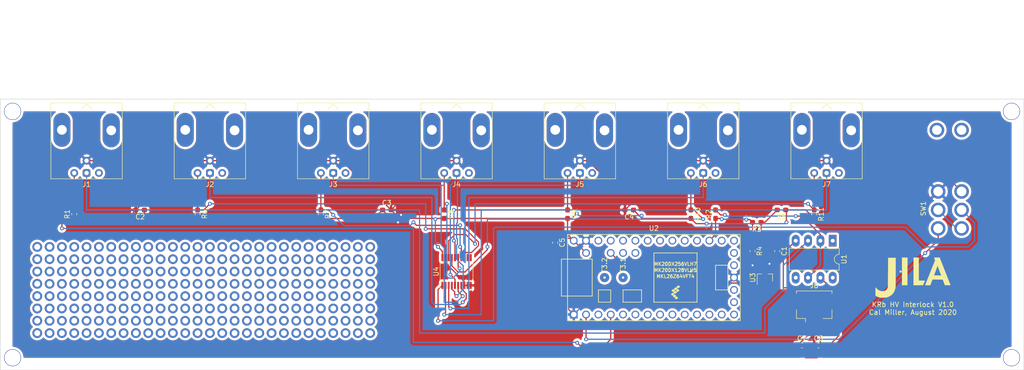
<source format=kicad_pcb>
(kicad_pcb (version 20171130) (host pcbnew "(5.1.6-0-10_14)")
  (layers (0 F.Cu signal) (31 B.Cu signal) (34 B.Paste user) (35 F.Paste user) (36 B.SilkS user) (37 F.SilkS user) (38 B.Mask user) (39 F.Mask user) (44 Edge.Cuts user))
  (net 0 "")
  (net 1 GND)
  (net 2 /2V048)
  (net 3 +5V)
  (net 4 +15V)
  (net 5 -15V)
  (net 6 "Net-(J1-Pad2)")
  (net 7 "Net-(J1-Pad1)")
  (net 8 "Net-(J2-Pad2)")
  (net 9 "Net-(J2-Pad1)")
  (net 10 "Net-(J3-Pad2)")
  (net 11 "Net-(J3-Pad1)")
  (net 12 "Net-(J4-Pad2)")
  (net 13 "Net-(J4-Pad1)")
  (net 14 "Net-(J5-Pad2)")
  (net 15 "Net-(J5-Pad1)")
  (net 16 "Net-(J6-Pad2)")
  (net 17 "Net-(J6-Pad1)")
  (net 18 "Net-(J7-Pad2)")
  (net 19 "Net-(J7-Pad1)")
  (net 20 "Net-(R2-Pad2)")
  (net 21 "Net-(R2-Pad1)")
  (net 22 "Net-(SW1-Pad2)")
  (net 23 "Net-(SW1-Pad3)")
  (net 24 "Net-(U1-Pad8)")
  (net 25 "Net-(U1-Pad5)")
  (net 26 "Net-(U1-Pad1)")
  (net 27 "Net-(U2-Pad3)")
  (net 28 "Net-(U2-Pad5)")
  (net 29 "Net-(U2-Pad6)")
  (net 30 "Net-(U2-Pad7)")
  (net 31 "Net-(U2-Pad8)")
  (net 32 "Net-(U2-Pad9)")
  (net 33 "Net-(U2-Pad10)")
  (net 34 "Net-(U2-Pad11)")
  (net 35 "Net-(U2-Pad12)")
  (net 36 "Net-(U2-Pad13)")
  (net 37 "Net-(U2-Pad37)")
  (net 38 "Net-(U2-Pad36)")
  (net 39 "Net-(U2-Pad31)")
  (net 40 "Net-(U2-Pad30)")
  (net 41 "Net-(U2-Pad29)")
  (net 42 "Net-(U2-Pad28)")
  (net 43 "Net-(U2-Pad27)")
  (net 44 "Net-(U2-Pad26)")
  (net 45 "Net-(U2-Pad25)")
  (net 46 "Net-(U2-Pad24)")
  (net 47 "Net-(U2-Pad23)")
  (net 48 "Net-(U2-Pad21)")
  (net 49 "Net-(U2-Pad14)")
  (net 50 "Net-(U2-Pad15)")
  (net 51 "Net-(U2-Pad16)")
  (net 52 "Net-(U2-Pad20)")
  (net 53 "Net-(U2-Pad19)")
  (net 54 "Net-(U2-Pad18)")
  (net 55 "Net-(U4-Pad12)")
  (net 56 "Net-(U4-Pad11)")
  (net 57 "Net-(SW1-Pad6)")
  (module HVShutoffBox:JILA_silk (layer F.Cu) (at 246.38 97.79)
    (fp_text reference G*** hide)
    (fp_text value LOGO hide)
  )
  (module Package_DIP:DIP-8_W7.62mm_LongPads (layer F.Cu) (at 229.87 90.17 270)
    (fp_text reference U1 (at 3.81 -2.33 90) (layer F.SilkS))
    (fp_text value LF356)
    (pad 8 thru_hole oval (at 7.62 0 270) (size 2.4 1.6) (drill 0.8) (layers *.Cu *.Mask) (net 24 "Net-(U1-Pad8)"))
    (pad 4 thru_hole oval (at 0 7.62 270) (size 2.4 1.6) (drill 0.8) (layers *.Cu *.Mask) (net 5 -15V))
    (pad 7 thru_hole oval (at 7.62 2.54 270) (size 2.4 1.6) (drill 0.8) (layers *.Cu *.Mask) (net 4 +15V))
    (pad 3 thru_hole oval (at 0 5.08 270) (size 2.4 1.6) (drill 0.8) (layers *.Cu *.Mask) (net 7 "Net-(J1-Pad1)"))
    (pad 6 thru_hole oval (at 7.62 5.08 270) (size 2.4 1.6) (drill 0.8) (layers *.Cu *.Mask) (net 20 "Net-(R2-Pad2)"))
    (pad 2 thru_hole oval (at 0 2.54 270) (size 2.4 1.6) (drill 0.8) (layers *.Cu *.Mask) (net 20 "Net-(R2-Pad2)"))
    (pad 5 thru_hole oval (at 7.62 7.62 270) (size 2.4 1.6) (drill 0.8) (layers *.Cu *.Mask) (net 25 "Net-(U1-Pad5)"))
    (pad 1 thru_hole rect (at 0 0 270) (size 2.4 1.6) (drill 0.8) (layers *.Cu *.Mask) (net 26 "Net-(U1-Pad1)"))
  )
  (module HVShutoffBox:DIP-6_190 (layer F.Cu) (at 254 83.82 270)
    (fp_text reference SW1 (at -0.28 5.46 270) (layer F.SilkS))
    (fp_text value SW_DPDT_x2)
    (pad "" thru_hole circle (at -16.48 2.67 270) (size 3 3) (drill 2) (layers *.Cu *.Mask))
    (pad "" thru_hole circle (at -16.48 -2.41 270) (size 3 3) (drill 2) (layers *.Cu *.Mask))
    (pad 6 thru_hole circle (at 3.81 2.415 270) (size 3 3) (drill 2) (layers *.Cu *.Mask) (net 57 "Net-(SW1-Pad6)"))
    (pad 3 thru_hole circle (at 3.81 -2.415 270) (size 3 3) (drill 2) (layers *.Cu *.Mask) (net 23 "Net-(SW1-Pad3)"))
    (pad 5 thru_hole circle (at 0 2.415 270) (size 3 3) (drill 2) (layers *.Cu *.Mask) (net 23 "Net-(SW1-Pad3)"))
    (pad 2 thru_hole circle (at 0 -2.415 270) (size 3 3) (drill 2) (layers *.Cu *.Mask) (net 22 "Net-(SW1-Pad2)"))
    (pad 4 thru_hole circle (at -3.81 2.415 270) (size 3 3) (drill 2) (layers *.Cu *.Mask) (net 1 GND))
    (pad 1 thru_hole circle (at -3.81 -2.415 270) (size 3 3) (drill 2) (layers *.Cu *.Mask) (net 3 +5V))
  )
  (module Package_SO:TSSOP-20_4.4x6.5mm_P0.65mm (layer F.Cu) (at 152.4 96.52 90)
    (fp_text reference U4 (at 0 -4.2 90) (layer F.SilkS))
    (fp_text value 74HCT541)
    (pad 20 smd roundrect (at 2.8625 -2.925 90) (size 1.475 0.4) (layers F.Cu F.Paste F.Mask) (net 3 +5V))
    (pad 19 smd roundrect (at 2.8625 -2.275 90) (size 1.475 0.4) (layers F.Cu F.Paste F.Mask) (net 1 GND))
    (pad 18 smd roundrect (at 2.8625 -1.625 90) (size 1.475 0.4) (layers F.Cu F.Paste F.Mask) (net 18 "Net-(J7-Pad2)"))
    (pad 17 smd roundrect (at 2.8625 -0.975 90) (size 1.475 0.4) (layers F.Cu F.Paste F.Mask) (net 16 "Net-(J6-Pad2)"))
    (pad 16 smd roundrect (at 2.8625 -0.325 90) (size 1.475 0.4) (layers F.Cu F.Paste F.Mask) (net 14 "Net-(J5-Pad2)"))
    (pad 15 smd roundrect (at 2.8625 0.325 90) (size 1.475 0.4) (layers F.Cu F.Paste F.Mask) (net 12 "Net-(J4-Pad2)"))
    (pad 14 smd roundrect (at 2.8625 0.975 90) (size 1.475 0.4) (layers F.Cu F.Paste F.Mask) (net 10 "Net-(J3-Pad2)"))
    (pad 13 smd roundrect (at 2.8625 1.625 90) (size 1.475 0.4) (layers F.Cu F.Paste F.Mask) (net 8 "Net-(J2-Pad2)"))
    (pad 12 smd roundrect (at 2.8625 2.275 90) (size 1.475 0.4) (layers F.Cu F.Paste F.Mask) (net 55 "Net-(U4-Pad12)"))
    (pad 11 smd roundrect (at 2.8625 2.925 90) (size 1.475 0.4) (layers F.Cu F.Paste F.Mask) (net 56 "Net-(U4-Pad11)"))
    (pad 10 smd roundrect (at -2.8625 2.925 90) (size 1.475 0.4) (layers F.Cu F.Paste F.Mask) (net 1 GND))
    (pad 9 smd roundrect (at -2.8625 2.275 90) (size 1.475 0.4) (layers F.Cu F.Paste F.Mask) (net 1 GND))
    (pad 8 smd roundrect (at -2.8625 1.625 90) (size 1.475 0.4) (layers F.Cu F.Paste F.Mask) (net 1 GND))
    (pad 7 smd roundrect (at -2.8625 0.975 90) (size 1.475 0.4) (layers F.Cu F.Paste F.Mask) (net 9 "Net-(J2-Pad1)"))
    (pad 6 smd roundrect (at -2.8625 0.325 90) (size 1.475 0.4) (layers F.Cu F.Paste F.Mask) (net 11 "Net-(J3-Pad1)"))
    (pad 5 smd roundrect (at -2.8625 -0.325 90) (size 1.475 0.4) (layers F.Cu F.Paste F.Mask) (net 13 "Net-(J4-Pad1)"))
    (pad 4 smd roundrect (at -2.8625 -0.975 90) (size 1.475 0.4) (layers F.Cu F.Paste F.Mask) (net 15 "Net-(J5-Pad1)"))
    (pad 3 smd roundrect (at -2.8625 -1.625 90) (size 1.475 0.4) (layers F.Cu F.Paste F.Mask) (net 17 "Net-(J6-Pad1)"))
    (pad 2 smd roundrect (at -2.8625 -2.275 90) (size 1.475 0.4) (layers F.Cu F.Paste F.Mask) (net 19 "Net-(J7-Pad1)"))
    (pad 1 smd roundrect (at -2.8625 -2.925 90) (size 1.475 0.4) (layers F.Cu F.Paste F.Mask) (net 22 "Net-(SW1-Pad2)"))
  )
  (module Package_TO_SOT_SMD:SOT-23 (layer F.Cu) (at 215.9 97.79 90)
    (fp_text reference U3 (at 0 -2.5 90) (layer F.SilkS))
    (fp_text value LM4040DBZ-2.0)
    (pad 3 smd rect (at 1 0 90) (size 0.9 0.8) (layers F.Cu F.Paste F.Mask))
    (pad 2 smd rect (at -1 0.95 90) (size 0.9 0.8) (layers F.Cu F.Paste F.Mask) (net 1 GND))
    (pad 1 smd rect (at -1 -0.95 90) (size 0.9 0.8) (layers F.Cu F.Paste F.Mask) (net 2 /2V048))
  )
  (module Teensy:Teensy30_31_32_LC (layer F.Cu) (at 193.04 97.77)
    (fp_text reference U2 (at 0 -10.16) (layer F.SilkS))
    (fp_text value Teensy-LC)
    (fp_text user MK20DX128VLH5 (at 4.445 -1.524) (layer F.SilkS) (effects (font (size 0.7 0.7))))
    (fp_text user MKL26Z64VFT4 (at 4.445 -0.254) (layer F.SilkS) (effects (font (size 0.7 0.7))))
    (fp_text user MK20DX256VLH7 (at 4.445 -2.794) (layer F.SilkS) (effects (font (size 0.7 0.7))))
    (fp_text user T3.1 (at -6.35 -2.54 90) (layer F.SilkS))
    (fp_text user T3.2 (at -10.16 -2.54 90) (layer F.SilkS))
    (pad 52 thru_hole circle (at -10.16 0) (size 1.9 1.9) (drill 0.5) (layers *.Cu *.Mask))
    (pad 52 thru_hole circle (at -6.35 0) (size 1.9 1.9) (drill 0.5) (layers *.Cu *.Mask))
    (pad 1 thru_hole rect (at -16.51 7.62) (size 1.6 1.6) (drill 1.1) (layers *.Cu *.Mask) (net 1 GND))
    (pad 2 thru_hole circle (at -13.97 7.62) (size 1.6 1.6) (drill 1.1) (layers *.Cu *.Mask) (net 57 "Net-(SW1-Pad6)"))
    (pad 3 thru_hole circle (at -11.43 7.62) (size 1.6 1.6) (drill 1.1) (layers *.Cu *.Mask) (net 27 "Net-(U2-Pad3)"))
    (pad 4 thru_hole circle (at -8.89 7.62) (size 1.6 1.6) (drill 1.1) (layers *.Cu *.Mask) (net 6 "Net-(J1-Pad2)"))
    (pad 5 thru_hole circle (at -6.35 7.62) (size 1.6 1.6) (drill 1.1) (layers *.Cu *.Mask) (net 28 "Net-(U2-Pad5)"))
    (pad 6 thru_hole circle (at -3.81 7.62) (size 1.6 1.6) (drill 1.1) (layers *.Cu *.Mask) (net 29 "Net-(U2-Pad6)"))
    (pad 7 thru_hole circle (at -1.27 7.62) (size 1.6 1.6) (drill 1.1) (layers *.Cu *.Mask) (net 30 "Net-(U2-Pad7)"))
    (pad 8 thru_hole circle (at 1.27 7.62) (size 1.6 1.6) (drill 1.1) (layers *.Cu *.Mask) (net 31 "Net-(U2-Pad8)"))
    (pad 9 thru_hole circle (at 3.81 7.62) (size 1.6 1.6) (drill 1.1) (layers *.Cu *.Mask) (net 32 "Net-(U2-Pad9)"))
    (pad 10 thru_hole circle (at 6.35 7.62) (size 1.6 1.6) (drill 1.1) (layers *.Cu *.Mask) (net 33 "Net-(U2-Pad10)"))
    (pad 11 thru_hole circle (at 8.89 7.62) (size 1.6 1.6) (drill 1.1) (layers *.Cu *.Mask) (net 34 "Net-(U2-Pad11)"))
    (pad 12 thru_hole circle (at 11.43 7.62) (size 1.6 1.6) (drill 1.1) (layers *.Cu *.Mask) (net 35 "Net-(U2-Pad12)"))
    (pad 13 thru_hole circle (at 13.97 7.62) (size 1.6 1.6) (drill 1.1) (layers *.Cu *.Mask) (net 36 "Net-(U2-Pad13)"))
    (pad 37 thru_hole circle (at -3.81 -5.08) (size 1.6 1.6) (drill 1.1) (layers *.Cu *.Mask) (net 37 "Net-(U2-Pad37)"))
    (pad 36 thru_hole circle (at -6.35 -5.08) (size 1.6 1.6) (drill 1.1) (layers *.Cu *.Mask) (net 38 "Net-(U2-Pad36)"))
    (pad 35 thru_hole circle (at -8.89 -5.08) (size 1.6 1.6) (drill 1.1) (layers *.Cu *.Mask) (net 2 /2V048))
    (pad 34 thru_hole circle (at -13.97 -5.08) (size 1.6 1.6) (drill 1.1) (layers *.Cu *.Mask) (net 3 +5V))
    (pad 33 thru_hole circle (at -16.51 -7.62) (size 1.6 1.6) (drill 1.1) (layers *.Cu *.Mask) (net 3 +5V))
    (pad 32 thru_hole circle (at -13.97 -7.62) (size 1.6 1.6) (drill 1.1) (layers *.Cu *.Mask) (net 1 GND))
    (pad 31 thru_hole circle (at -11.43 -7.62) (size 1.6 1.6) (drill 1.1) (layers *.Cu *.Mask) (net 39 "Net-(U2-Pad31)"))
    (pad 30 thru_hole circle (at -8.89 -7.62) (size 1.6 1.6) (drill 1.1) (layers *.Cu *.Mask) (net 40 "Net-(U2-Pad30)"))
    (pad 29 thru_hole circle (at -6.35 -7.62) (size 1.6 1.6) (drill 1.1) (layers *.Cu *.Mask) (net 41 "Net-(U2-Pad29)"))
    (pad 28 thru_hole circle (at -3.81 -7.62) (size 1.6 1.6) (drill 1.1) (layers *.Cu *.Mask) (net 42 "Net-(U2-Pad28)"))
    (pad 27 thru_hole circle (at -1.27 -7.62) (size 1.6 1.6) (drill 1.1) (layers *.Cu *.Mask) (net 43 "Net-(U2-Pad27)"))
    (pad 26 thru_hole circle (at 1.27 -7.62) (size 1.6 1.6) (drill 1.1) (layers *.Cu *.Mask) (net 44 "Net-(U2-Pad26)"))
    (pad 25 thru_hole circle (at 3.81 -7.62) (size 1.6 1.6) (drill 1.1) (layers *.Cu *.Mask) (net 45 "Net-(U2-Pad25)"))
    (pad 24 thru_hole circle (at 6.35 -7.62) (size 1.6 1.6) (drill 1.1) (layers *.Cu *.Mask) (net 46 "Net-(U2-Pad24)"))
    (pad 23 thru_hole circle (at 8.89 -7.62) (size 1.6 1.6) (drill 1.1) (layers *.Cu *.Mask) (net 47 "Net-(U2-Pad23)"))
    (pad 22 thru_hole circle (at 11.43 -7.62) (size 1.6 1.6) (drill 1.1) (layers *.Cu *.Mask) (net 21 "Net-(R2-Pad1)"))
    (pad 21 thru_hole circle (at 13.97 -7.62) (size 1.6 1.6) (drill 1.1) (layers *.Cu *.Mask) (net 48 "Net-(U2-Pad21)"))
    (pad 14 thru_hole circle (at 16.51 7.62) (size 1.6 1.6) (drill 1.1) (layers *.Cu *.Mask) (net 49 "Net-(U2-Pad14)"))
    (pad 15 thru_hole circle (at 16.51 5.08) (size 1.6 1.6) (drill 1.1) (layers *.Cu *.Mask) (net 50 "Net-(U2-Pad15)"))
    (pad 16 thru_hole circle (at 16.51 2.54) (size 1.6 1.6) (drill 1.1) (layers *.Cu *.Mask) (net 51 "Net-(U2-Pad16)"))
    (pad 20 thru_hole circle (at 16.51 -7.62) (size 1.6 1.6) (drill 1.1) (layers *.Cu *.Mask) (net 52 "Net-(U2-Pad20)"))
    (pad 19 thru_hole circle (at 16.51 -5.08) (size 1.6 1.6) (drill 1.1) (layers *.Cu *.Mask) (net 53 "Net-(U2-Pad19)"))
    (pad 18 thru_hole circle (at 16.51 -2.54) (size 1.6 1.6) (drill 1.1) (layers *.Cu *.Mask) (net 54 "Net-(U2-Pad18)"))
    (pad 17 thru_hole circle (at 16.51 0) (size 1.6 1.6) (drill 1.1) (layers *.Cu *.Mask) (net 1 GND))
  )
  (module Resistor_SMD:R_0603_1608Metric_Pad1.05x0.95mm_HandSolder (layer F.Cu) (at 226.06 84.695 270)
    (fp_text reference R11 (at 0 -1.43 90) (layer F.SilkS))
    (fp_text value 3.3k)
    (pad 2 smd roundrect (at 0.875 0 270) (size 1.05 0.95) (layers F.Cu F.Paste F.Mask) (net 3 +5V))
    (pad 1 smd roundrect (at -0.875 0 270) (size 1.05 0.95) (layers F.Cu F.Paste F.Mask) (net 18 "Net-(J7-Pad2)"))
  )
  (module Resistor_SMD:R_0603_1608Metric_Pad1.05x0.95mm_HandSolder (layer F.Cu) (at 200.66 84.695 270)
    (fp_text reference R10 (at 0 -1.43 90) (layer F.SilkS))
    (fp_text value 3.3k)
    (pad 2 smd roundrect (at 0.875 0 270) (size 1.05 0.95) (layers F.Cu F.Paste F.Mask) (net 3 +5V))
    (pad 1 smd roundrect (at -0.875 0 270) (size 1.05 0.95) (layers F.Cu F.Paste F.Mask) (net 16 "Net-(J6-Pad2)"))
  )
  (module Resistor_SMD:R_0603_1608Metric_Pad1.05x0.95mm_HandSolder (layer F.Cu) (at 175.26 84.695 270)
    (fp_text reference R9 (at 0 -1.43 90) (layer F.SilkS))
    (fp_text value 3.3k)
    (pad 2 smd roundrect (at 0.875 0 270) (size 1.05 0.95) (layers F.Cu F.Paste F.Mask) (net 3 +5V))
    (pad 1 smd roundrect (at -0.875 0 270) (size 1.05 0.95) (layers F.Cu F.Paste F.Mask) (net 14 "Net-(J5-Pad2)"))
  )
  (module Resistor_SMD:R_0603_1608Metric_Pad1.05x0.95mm_HandSolder (layer F.Cu) (at 149.86 84.695 270)
    (fp_text reference R8 (at 0 -1.43 90) (layer F.SilkS))
    (fp_text value 3.3k)
    (pad 2 smd roundrect (at 0.875 0 270) (size 1.05 0.95) (layers F.Cu F.Paste F.Mask) (net 3 +5V))
    (pad 1 smd roundrect (at -0.875 0 270) (size 1.05 0.95) (layers F.Cu F.Paste F.Mask) (net 12 "Net-(J4-Pad2)"))
  )
  (module Resistor_SMD:R_0603_1608Metric_Pad1.05x0.95mm_HandSolder (layer F.Cu) (at 124.46 84.695 270)
    (fp_text reference R7 (at 0 -1.43 90) (layer F.SilkS))
    (fp_text value 3.3k)
    (pad 2 smd roundrect (at 0.875 0 270) (size 1.05 0.95) (layers F.Cu F.Paste F.Mask) (net 3 +5V))
    (pad 1 smd roundrect (at -0.875 0 270) (size 1.05 0.95) (layers F.Cu F.Paste F.Mask) (net 10 "Net-(J3-Pad2)"))
  )
  (module Resistor_SMD:R_0603_1608Metric_Pad1.05x0.95mm_HandSolder (layer F.Cu) (at 99.06 84.695 270)
    (fp_text reference R6 (at 0 -1.43 90) (layer F.SilkS))
    (fp_text value 3.3k)
    (pad 2 smd roundrect (at 0.875 0 270) (size 1.05 0.95) (layers F.Cu F.Paste F.Mask) (net 3 +5V))
    (pad 1 smd roundrect (at -0.875 0 270) (size 1.05 0.95) (layers F.Cu F.Paste F.Mask) (net 8 "Net-(J2-Pad2)"))
  )
  (module Resistor_SMD:R_0603_1608Metric_Pad1.05x0.95mm_HandSolder (layer F.Cu) (at 219.315 83.82 180)
    (fp_text reference R5 (at 0 -1.43) (layer F.SilkS))
    (fp_text value R)
    (pad 2 smd roundrect (at 0.875 0 180) (size 1.05 0.95) (layers F.Cu F.Paste F.Mask) (net 2 /2V048))
    (pad 1 smd roundrect (at -0.875 0 180) (size 1.05 0.95) (layers F.Cu F.Paste F.Mask) (net 3 +5V))
  )
  (module Resistor_SMD:R_0603_1608Metric_Pad1.05x0.95mm_HandSolder (layer F.Cu) (at 213.36 92.315 270)
    (fp_text reference R4 (at 0 -1.43 90) (layer F.SilkS))
    (fp_text value 45.3k)
    (pad 2 smd roundrect (at 0.875 0 270) (size 1.05 0.95) (layers F.Cu F.Paste F.Mask) (net 1 GND))
    (pad 1 smd roundrect (at -0.875 0 270) (size 1.05 0.95) (layers F.Cu F.Paste F.Mask) (net 21 "Net-(R2-Pad1)"))
  )
  (module Resistor_SMD:R_0603_1608Metric_Pad1.05x0.95mm_HandSolder (layer F.Cu) (at 214.235 86.36 180)
    (fp_text reference R3 (at 0 -1.43) (layer F.SilkS))
    (fp_text value 38.3k)
    (pad 2 smd roundrect (at 0.875 0 180) (size 1.05 0.95) (layers F.Cu F.Paste F.Mask) (net 21 "Net-(R2-Pad1)"))
    (pad 1 smd roundrect (at -0.875 0 180) (size 1.05 0.95) (layers F.Cu F.Paste F.Mask) (net 2 /2V048))
  )
  (module Resistor_SMD:R_0603_1608Metric_Pad1.05x0.95mm_HandSolder (layer F.Cu) (at 205.74 84.695 90)
    (fp_text reference R2 (at 0 -1.43 90) (layer F.SilkS))
    (fp_text value 187k)
    (pad 2 smd roundrect (at 0.875 0 90) (size 1.05 0.95) (layers F.Cu F.Paste F.Mask) (net 20 "Net-(R2-Pad2)"))
    (pad 1 smd roundrect (at -0.875 0 90) (size 1.05 0.95) (layers F.Cu F.Paste F.Mask) (net 21 "Net-(R2-Pad1)"))
  )
  (module Resistor_SMD:R_0603_1608Metric_Pad1.05x0.95mm_HandSolder (layer F.Cu) (at 73.66 84.695 90)
    (fp_text reference R1 (at 0 -1.43 90) (layer F.SilkS))
    (fp_text value 3.3k)
    (pad 2 smd roundrect (at 0.875 0 90) (size 1.05 0.95) (layers F.Cu F.Paste F.Mask) (net 6 "Net-(J1-Pad2)"))
    (pad 1 smd roundrect (at -0.875 0 90) (size 1.05 0.95) (layers F.Cu F.Paste F.Mask) (net 1 GND))
  )
  (module Connector_Molex:Molex_CLIK-Mate_502382-0370_1x03-1MP_P1.25mm_Vertical (layer F.Cu) (at 226.06 104.14)
    (fp_text reference J8 (at 0 -4.7) (layer F.SilkS))
    (fp_text value Conn_01x03)
    (pad MP smd roundrect (at 3.1 -1.4) (size 1 2.8) (layers F.Cu F.Paste F.Mask))
    (pad MP smd roundrect (at -3.1 -1.4) (size 1 2.8) (layers F.Cu F.Paste F.Mask))
    (pad 3 smd roundrect (at 1.25 1.95) (size 0.6 1.7) (layers F.Cu F.Paste F.Mask) (net 5 -15V))
    (pad 2 smd roundrect (at 0 1.95) (size 0.6 1.7) (layers F.Cu F.Paste F.Mask) (net 1 GND))
    (pad 1 smd roundrect (at -1.25 1.95) (size 0.6 1.7) (layers F.Cu F.Paste F.Mask) (net 4 +15V))
  )
  (module Connector_Coaxial:BNC_Amphenol_031-6575_Horizontal (layer F.Cu) (at 228.6 76.2)
    (fp_text reference J7 (at 0 2.35) (layer F.SilkS))
    (fp_text value Conn_Coaxial_x2)
    (pad 4 thru_hole circle (at 2.54 0) (size 1.6 1.6) (drill 0.89) (layers *.Cu *.Mask))
    (pad 3 thru_hole circle (at 0 -2.54) (size 1.6 1.6) (drill 0.89) (layers *.Cu *.Mask) (net 1 GND))
    (pad 2 thru_hole circle (at -2.54 0) (size 1.6 1.6) (drill 0.89) (layers *.Cu *.Mask) (net 18 "Net-(J7-Pad2)"))
    (pad 1 thru_hole roundrect (at 0 0) (size 1.6 1.6) (drill 0.89) (layers *.Cu *.Mask) (net 19 "Net-(J7-Pad1)"))
    (pad "" thru_hole oval (at 5.08 -8.79) (size 3.5 7) (drill 2.01) (layers *.Cu *.Mask))
    (pad "" thru_hole oval (at -5.08 -8.89) (size 3.5 7) (drill 2.01) (layers *.Cu *.Mask))
  )
  (module Connector_Coaxial:BNC_Amphenol_031-6575_Horizontal (layer F.Cu) (at 203.2 76.2)
    (fp_text reference J6 (at 0 2.35) (layer F.SilkS))
    (fp_text value Conn_Coaxial_x2)
    (pad 4 thru_hole circle (at 2.54 0) (size 1.6 1.6) (drill 0.89) (layers *.Cu *.Mask))
    (pad 3 thru_hole circle (at 0 -2.54) (size 1.6 1.6) (drill 0.89) (layers *.Cu *.Mask) (net 1 GND))
    (pad 2 thru_hole circle (at -2.54 0) (size 1.6 1.6) (drill 0.89) (layers *.Cu *.Mask) (net 16 "Net-(J6-Pad2)"))
    (pad 1 thru_hole roundrect (at 0 0) (size 1.6 1.6) (drill 0.89) (layers *.Cu *.Mask) (net 17 "Net-(J6-Pad1)"))
    (pad "" thru_hole oval (at 5.08 -8.79) (size 3.5 7) (drill 2.01) (layers *.Cu *.Mask))
    (pad "" thru_hole oval (at -5.08 -8.89) (size 3.5 7) (drill 2.01) (layers *.Cu *.Mask))
  )
  (module Connector_Coaxial:BNC_Amphenol_031-6575_Horizontal (layer F.Cu) (at 177.8 76.2)
    (fp_text reference J5 (at 0 2.35) (layer F.SilkS))
    (fp_text value Conn_Coaxial_x2)
    (pad 4 thru_hole circle (at 2.54 0) (size 1.6 1.6) (drill 0.89) (layers *.Cu *.Mask))
    (pad 3 thru_hole circle (at 0 -2.54) (size 1.6 1.6) (drill 0.89) (layers *.Cu *.Mask) (net 1 GND))
    (pad 2 thru_hole circle (at -2.54 0) (size 1.6 1.6) (drill 0.89) (layers *.Cu *.Mask) (net 14 "Net-(J5-Pad2)"))
    (pad 1 thru_hole roundrect (at 0 0) (size 1.6 1.6) (drill 0.89) (layers *.Cu *.Mask) (net 15 "Net-(J5-Pad1)"))
    (pad "" thru_hole oval (at 5.08 -8.79) (size 3.5 7) (drill 2.01) (layers *.Cu *.Mask))
    (pad "" thru_hole oval (at -5.08 -8.89) (size 3.5 7) (drill 2.01) (layers *.Cu *.Mask))
  )
  (module Connector_Coaxial:BNC_Amphenol_031-6575_Horizontal (layer F.Cu) (at 152.4 76.2)
    (fp_text reference J4 (at 0 2.35) (layer F.SilkS))
    (fp_text value Conn_Coaxial_x2)
    (pad 4 thru_hole circle (at 2.54 0) (size 1.6 1.6) (drill 0.89) (layers *.Cu *.Mask))
    (pad 3 thru_hole circle (at 0 -2.54) (size 1.6 1.6) (drill 0.89) (layers *.Cu *.Mask) (net 1 GND))
    (pad 2 thru_hole circle (at -2.54 0) (size 1.6 1.6) (drill 0.89) (layers *.Cu *.Mask) (net 12 "Net-(J4-Pad2)"))
    (pad 1 thru_hole roundrect (at 0 0) (size 1.6 1.6) (drill 0.89) (layers *.Cu *.Mask) (net 13 "Net-(J4-Pad1)"))
    (pad "" thru_hole oval (at 5.08 -8.79) (size 3.5 7) (drill 2.01) (layers *.Cu *.Mask))
    (pad "" thru_hole oval (at -5.08 -8.89) (size 3.5 7) (drill 2.01) (layers *.Cu *.Mask))
  )
  (module Connector_Coaxial:BNC_Amphenol_031-6575_Horizontal (layer F.Cu) (at 127 76.2)
    (fp_text reference J3 (at 0 2.35) (layer F.SilkS))
    (fp_text value Conn_Coaxial_x2)
    (pad 4 thru_hole circle (at 2.54 0) (size 1.6 1.6) (drill 0.89) (layers *.Cu *.Mask))
    (pad 3 thru_hole circle (at 0 -2.54) (size 1.6 1.6) (drill 0.89) (layers *.Cu *.Mask) (net 1 GND))
    (pad 2 thru_hole circle (at -2.54 0) (size 1.6 1.6) (drill 0.89) (layers *.Cu *.Mask) (net 10 "Net-(J3-Pad2)"))
    (pad 1 thru_hole roundrect (at 0 0) (size 1.6 1.6) (drill 0.89) (layers *.Cu *.Mask) (net 11 "Net-(J3-Pad1)"))
    (pad "" thru_hole oval (at 5.08 -8.79) (size 3.5 7) (drill 2.01) (layers *.Cu *.Mask))
    (pad "" thru_hole oval (at -5.08 -8.89) (size 3.5 7) (drill 2.01) (layers *.Cu *.Mask))
  )
  (module Connector_Coaxial:BNC_Amphenol_031-6575_Horizontal (layer F.Cu) (at 101.6 76.2)
    (fp_text reference J2 (at 0 2.35) (layer F.SilkS))
    (fp_text value Conn_Coaxial_x2)
    (pad 4 thru_hole circle (at 2.54 0) (size 1.6 1.6) (drill 0.89) (layers *.Cu *.Mask))
    (pad 3 thru_hole circle (at 0 -2.54) (size 1.6 1.6) (drill 0.89) (layers *.Cu *.Mask) (net 1 GND))
    (pad 2 thru_hole circle (at -2.54 0) (size 1.6 1.6) (drill 0.89) (layers *.Cu *.Mask) (net 8 "Net-(J2-Pad2)"))
    (pad 1 thru_hole roundrect (at 0 0) (size 1.6 1.6) (drill 0.89) (layers *.Cu *.Mask) (net 9 "Net-(J2-Pad1)"))
    (pad "" thru_hole oval (at 5.08 -8.79) (size 3.5 7) (drill 2.01) (layers *.Cu *.Mask))
    (pad "" thru_hole oval (at -5.08 -8.89) (size 3.5 7) (drill 2.01) (layers *.Cu *.Mask))
  )
  (module Connector_Coaxial:BNC_Amphenol_031-6575_Horizontal (layer F.Cu) (at 76.2 76.2)
    (fp_text reference J1 (at 0 2.35) (layer F.SilkS))
    (fp_text value Conn_Coaxial_x2)
    (pad 4 thru_hole circle (at 2.54 0) (size 1.6 1.6) (drill 0.89) (layers *.Cu *.Mask))
    (pad 3 thru_hole circle (at 0 -2.54) (size 1.6 1.6) (drill 0.89) (layers *.Cu *.Mask) (net 1 GND))
    (pad 2 thru_hole circle (at -2.54 0) (size 1.6 1.6) (drill 0.89) (layers *.Cu *.Mask) (net 6 "Net-(J1-Pad2)"))
    (pad 1 thru_hole roundrect (at 0 0) (size 1.6 1.6) (drill 0.89) (layers *.Cu *.Mask) (net 7 "Net-(J1-Pad1)"))
    (pad "" thru_hole oval (at 5.08 -8.79) (size 3.5 7) (drill 2.01) (layers *.Cu *.Mask))
    (pad "" thru_hole oval (at -5.08 -8.89) (size 3.5 7) (drill 2.01) (layers *.Cu *.Mask))
  )
  (module Capacitor_SMD:C_0603_1608Metric_Pad1.05x0.95mm_HandSolder (layer F.Cu) (at 226.935 111.76)
    (fp_text reference C8 (at 0 -1.43) (layer F.SilkS))
    (fp_text value 0.1u)
    (pad 2 smd roundrect (at 0.875 0) (size 1.05 0.95) (layers F.Cu F.Paste F.Mask) (net 5 -15V))
    (pad 1 smd roundrect (at -0.875 0) (size 1.05 0.95) (layers F.Cu F.Paste F.Mask) (net 1 GND))
  )
  (module Capacitor_SMD:C_0603_1608Metric_Pad1.05x0.95mm_HandSolder (layer F.Cu) (at 223.52 111.76)
    (fp_text reference C7 (at 0 -1.43) (layer F.SilkS))
    (fp_text value 0.1u)
    (pad 2 smd roundrect (at 0.875 0) (size 1.05 0.95) (layers F.Cu F.Paste F.Mask) (net 1 GND))
    (pad 1 smd roundrect (at -0.875 0) (size 1.05 0.95) (layers F.Cu F.Paste F.Mask) (net 4 +15V))
  )
  (module Capacitor_SMD:C_0603_1608Metric_Pad1.05x0.95mm_HandSolder (layer F.Cu) (at 172.72 90.565 270)
    (fp_text reference C5 (at 0 -1.43 90) (layer F.SilkS))
    (fp_text value 0.1u)
    (pad 2 smd roundrect (at 0.875 0 270) (size 1.05 0.95) (layers F.Cu F.Paste F.Mask) (net 1 GND))
    (pad 1 smd roundrect (at -0.875 0 270) (size 1.05 0.95) (layers F.Cu F.Paste F.Mask) (net 3 +5V))
  )
  (module Capacitor_SMD:C_0603_1608Metric_Pad1.05x0.95mm_HandSolder (layer F.Cu) (at 187.96 83.82 180)
    (fp_text reference C4 (at 0 -1.43) (layer F.SilkS))
    (fp_text value 0.1u)
    (pad 2 smd roundrect (at 0.875 0 180) (size 1.05 0.95) (layers F.Cu F.Paste F.Mask) (net 1 GND))
    (pad 1 smd roundrect (at -0.875 0 180) (size 1.05 0.95) (layers F.Cu F.Paste F.Mask) (net 3 +5V))
  )
  (module Capacitor_SMD:C_0603_1608Metric_Pad1.05x0.95mm_HandSolder (layer F.Cu) (at 138.035 83.82)
    (fp_text reference C3 (at 0 -1.43) (layer F.SilkS))
    (fp_text value 0.1u)
    (pad 2 smd roundrect (at 0.875 0) (size 1.05 0.95) (layers F.Cu F.Paste F.Mask) (net 1 GND))
    (pad 1 smd roundrect (at -0.875 0) (size 1.05 0.95) (layers F.Cu F.Paste F.Mask) (net 3 +5V))
  )
  (module Capacitor_SMD:C_0603_1608Metric_Pad1.05x0.95mm_HandSolder (layer F.Cu) (at 87.235 83.82 180)
    (fp_text reference C2 (at 0 -1.43) (layer F.SilkS))
    (fp_text value 0.1u)
    (pad 2 smd roundrect (at 0.875 0 180) (size 1.05 0.95) (layers F.Cu F.Paste F.Mask) (net 1 GND))
    (pad 1 smd roundrect (at -0.875 0 180) (size 1.05 0.95) (layers F.Cu F.Paste F.Mask) (net 3 +5V))
  )
  (module Capacitor_SMD:C_0603_1608Metric_Pad1.05x0.95mm_HandSolder (layer F.Cu) (at 218.44 92.315 270)
    (fp_text reference C1 (at 0 -1.43 90) (layer F.SilkS))
    (fp_text value 0.1u)
    (pad 2 smd roundrect (at 0.875 0 270) (size 1.05 0.95) (layers F.Cu F.Paste F.Mask) (net 1 GND))
    (pad 1 smd roundrect (at -0.875 0 270) (size 1.05 0.95) (layers F.Cu F.Paste F.Mask) (net 2 /2V048))
  )
  (gr_text "KRb HV Interlock V1.0\nCal Miller, August 2020" (at 246.38 104.14) (layer F.SilkS) (effects (font (size 1 1))))
  (gr_line (start 269.24 60.96) (end 269.24 116.84) (layer Edge.Cuts) (width 0.1))
  (gr_line (start 58.42 60.96) (end 269.24 60.96) (layer Edge.Cuts) (width 0.1))
  (gr_line (start 58.42 116.84) (end 58.42 60.96) (layer Edge.Cuts) (width 0.1))
  (gr_line (start 269.24 116.84) (end 58.42 116.84) (layer Edge.Cuts) (width 0.1))
  (via (at 66.04 91.44) (size 2) (drill 1.2) (layers F.Cu B.Cu) (net 0))
  (via (at 68.58 91.44) (size 2) (drill 1.2) (layers F.Cu B.Cu) (net 0))
  (via (at 71.12 91.44) (size 2) (drill 1.2) (layers F.Cu B.Cu) (net 0))
  (via (at 73.66 91.44) (size 2) (drill 1.2) (layers F.Cu B.Cu) (net 0))
  (via (at 76.2 91.44) (size 2) (drill 1.2) (layers F.Cu B.Cu) (net 0))
  (via (at 78.74 91.44) (size 2) (drill 1.2) (layers F.Cu B.Cu) (net 0))
  (via (at 81.28 91.44) (size 2) (drill 1.2) (layers F.Cu B.Cu) (net 0))
  (via (at 83.82 91.44) (size 2) (drill 1.2) (layers F.Cu B.Cu) (net 0))
  (via (at 66.04 91.44) (size 2) (drill 1.2) (layers F.Cu B.Cu) (net 0))
  (via (at 66.04 93.98) (size 2) (drill 1.2) (layers F.Cu B.Cu) (net 0))
  (via (at 71.12 93.98) (size 2) (drill 1.2) (layers F.Cu B.Cu) (net 0))
  (via (at 76.2 93.98) (size 2) (drill 1.2) (layers F.Cu B.Cu) (net 0))
  (via (at 81.28 93.98) (size 2) (drill 1.2) (layers F.Cu B.Cu) (net 0))
  (via (at 78.74 93.98) (size 2) (drill 1.2) (layers F.Cu B.Cu) (net 0))
  (via (at 83.82 93.98) (size 2) (drill 1.2) (layers F.Cu B.Cu) (net 0))
  (via (at 68.58 93.98) (size 2) (drill 1.2) (layers F.Cu B.Cu) (net 0))
  (via (at 73.66 93.98) (size 2) (drill 1.2) (layers F.Cu B.Cu) (net 0))
  (via (at 66.04 93.98) (size 2) (drill 1.2) (layers F.Cu B.Cu) (net 0))
  (via (at 66.04 96.52) (size 2) (drill 1.2) (layers F.Cu B.Cu) (net 0))
  (via (at 71.12 96.52) (size 2) (drill 1.2) (layers F.Cu B.Cu) (net 0))
  (via (at 76.2 96.52) (size 2) (drill 1.2) (layers F.Cu B.Cu) (net 0))
  (via (at 81.28 96.52) (size 2) (drill 1.2) (layers F.Cu B.Cu) (net 0))
  (via (at 78.74 96.52) (size 2) (drill 1.2) (layers F.Cu B.Cu) (net 0))
  (via (at 83.82 96.52) (size 2) (drill 1.2) (layers F.Cu B.Cu) (net 0))
  (via (at 68.58 96.52) (size 2) (drill 1.2) (layers F.Cu B.Cu) (net 0))
  (via (at 73.66 96.52) (size 2) (drill 1.2) (layers F.Cu B.Cu) (net 0))
  (via (at 66.04 96.52) (size 2) (drill 1.2) (layers F.Cu B.Cu) (net 0))
  (via (at 66.04 99.06) (size 2) (drill 1.2) (layers F.Cu B.Cu) (net 0))
  (via (at 71.12 99.06) (size 2) (drill 1.2) (layers F.Cu B.Cu) (net 0))
  (via (at 76.2 99.06) (size 2) (drill 1.2) (layers F.Cu B.Cu) (net 0))
  (via (at 81.28 99.06) (size 2) (drill 1.2) (layers F.Cu B.Cu) (net 0))
  (via (at 78.74 99.06) (size 2) (drill 1.2) (layers F.Cu B.Cu) (net 0))
  (via (at 83.82 99.06) (size 2) (drill 1.2) (layers F.Cu B.Cu) (net 0))
  (via (at 68.58 99.06) (size 2) (drill 1.2) (layers F.Cu B.Cu) (net 0))
  (via (at 73.66 99.06) (size 2) (drill 1.2) (layers F.Cu B.Cu) (net 0))
  (via (at 66.04 99.06) (size 2) (drill 1.2) (layers F.Cu B.Cu) (net 0))
  (via (at 66.04 101.6) (size 2) (drill 1.2) (layers F.Cu B.Cu) (net 0))
  (via (at 71.12 101.6) (size 2) (drill 1.2) (layers F.Cu B.Cu) (net 0))
  (via (at 76.2 101.6) (size 2) (drill 1.2) (layers F.Cu B.Cu) (net 0))
  (via (at 81.28 101.6) (size 2) (drill 1.2) (layers F.Cu B.Cu) (net 0))
  (via (at 78.74 101.6) (size 2) (drill 1.2) (layers F.Cu B.Cu) (net 0))
  (via (at 83.82 101.6) (size 2) (drill 1.2) (layers F.Cu B.Cu) (net 0))
  (via (at 68.58 101.6) (size 2) (drill 1.2) (layers F.Cu B.Cu) (net 0))
  (via (at 73.66 101.6) (size 2) (drill 1.2) (layers F.Cu B.Cu) (net 0))
  (via (at 66.04 101.6) (size 2) (drill 1.2) (layers F.Cu B.Cu) (net 0))
  (via (at 66.04 104.14) (size 2) (drill 1.2) (layers F.Cu B.Cu) (net 0))
  (via (at 71.12 104.14) (size 2) (drill 1.2) (layers F.Cu B.Cu) (net 0))
  (via (at 76.2 104.14) (size 2) (drill 1.2) (layers F.Cu B.Cu) (net 0))
  (via (at 81.28 104.14) (size 2) (drill 1.2) (layers F.Cu B.Cu) (net 0))
  (via (at 78.74 104.14) (size 2) (drill 1.2) (layers F.Cu B.Cu) (net 0))
  (via (at 83.82 104.14) (size 2) (drill 1.2) (layers F.Cu B.Cu) (net 0))
  (via (at 68.58 104.14) (size 2) (drill 1.2) (layers F.Cu B.Cu) (net 0))
  (via (at 73.66 104.14) (size 2) (drill 1.2) (layers F.Cu B.Cu) (net 0))
  (via (at 66.04 104.14) (size 2) (drill 1.2) (layers F.Cu B.Cu) (net 0))
  (via (at 66.04 106.68) (size 2) (drill 1.2) (layers F.Cu B.Cu) (net 0))
  (via (at 71.12 106.68) (size 2) (drill 1.2) (layers F.Cu B.Cu) (net 0))
  (via (at 76.2 106.68) (size 2) (drill 1.2) (layers F.Cu B.Cu) (net 0))
  (via (at 81.28 106.68) (size 2) (drill 1.2) (layers F.Cu B.Cu) (net 0))
  (via (at 78.74 106.68) (size 2) (drill 1.2) (layers F.Cu B.Cu) (net 0))
  (via (at 83.82 106.68) (size 2) (drill 1.2) (layers F.Cu B.Cu) (net 0))
  (via (at 68.58 106.68) (size 2) (drill 1.2) (layers F.Cu B.Cu) (net 0))
  (via (at 73.66 106.68) (size 2) (drill 1.2) (layers F.Cu B.Cu) (net 0))
  (via (at 66.04 106.68) (size 2) (drill 1.2) (layers F.Cu B.Cu) (net 0))
  (via (at 66.04 109.22) (size 2) (drill 1.2) (layers F.Cu B.Cu) (net 0))
  (via (at 71.12 109.22) (size 2) (drill 1.2) (layers F.Cu B.Cu) (net 0))
  (via (at 76.2 109.22) (size 2) (drill 1.2) (layers F.Cu B.Cu) (net 0))
  (via (at 81.28 109.22) (size 2) (drill 1.2) (layers F.Cu B.Cu) (net 0))
  (via (at 78.74 109.22) (size 2) (drill 1.2) (layers F.Cu B.Cu) (net 0))
  (via (at 83.82 109.22) (size 2) (drill 1.2) (layers F.Cu B.Cu) (net 0))
  (via (at 68.58 109.22) (size 2) (drill 1.2) (layers F.Cu B.Cu) (net 0))
  (via (at 73.66 109.22) (size 2) (drill 1.2) (layers F.Cu B.Cu) (net 0))
  (via (at 66.04 109.22) (size 2) (drill 1.2) (layers F.Cu B.Cu) (net 0))
  (via (at 88.9 106.68) (size 2) (drill 1.2) (layers F.Cu B.Cu) (net 0))
  (via (at 86.36 106.68) (size 2) (drill 1.2) (layers F.Cu B.Cu) (net 0))
  (via (at 104.14 106.68) (size 2) (drill 1.2) (layers F.Cu B.Cu) (net 0))
  (via (at 96.52 106.68) (size 2) (drill 1.2) (layers F.Cu B.Cu) (net 0))
  (via (at 99.06 106.68) (size 2) (drill 1.2) (layers F.Cu B.Cu) (net 0))
  (via (at 86.36 91.44) (size 2) (drill 1.2) (layers F.Cu B.Cu) (net 0))
  (via (at 91.44 106.68) (size 2) (drill 1.2) (layers F.Cu B.Cu) (net 0))
  (via (at 91.44 91.44) (size 2) (drill 1.2) (layers F.Cu B.Cu) (net 0))
  (via (at 86.36 106.68) (size 2) (drill 1.2) (layers F.Cu B.Cu) (net 0))
  (via (at 101.6 106.68) (size 2) (drill 1.2) (layers F.Cu B.Cu) (net 0))
  (via (at 93.98 106.68) (size 2) (drill 1.2) (layers F.Cu B.Cu) (net 0))
  (via (at 101.6 99.06) (size 2) (drill 1.2) (layers F.Cu B.Cu) (net 0))
  (via (at 104.14 99.06) (size 2) (drill 1.2) (layers F.Cu B.Cu) (net 0))
  (via (at 88.9 104.14) (size 2) (drill 1.2) (layers F.Cu B.Cu) (net 0))
  (via (at 96.52 91.44) (size 2) (drill 1.2) (layers F.Cu B.Cu) (net 0))
  (via (at 99.06 109.22) (size 2) (drill 1.2) (layers F.Cu B.Cu) (net 0))
  (via (at 86.36 104.14) (size 2) (drill 1.2) (layers F.Cu B.Cu) (net 0))
  (via (at 93.98 104.14) (size 2) (drill 1.2) (layers F.Cu B.Cu) (net 0))
  (via (at 93.98 99.06) (size 2) (drill 1.2) (layers F.Cu B.Cu) (net 0))
  (via (at 86.36 104.14) (size 2) (drill 1.2) (layers F.Cu B.Cu) (net 0))
  (via (at 88.9 109.22) (size 2) (drill 1.2) (layers F.Cu B.Cu) (net 0))
  (via (at 93.98 109.22) (size 2) (drill 1.2) (layers F.Cu B.Cu) (net 0))
  (via (at 86.36 109.22) (size 2) (drill 1.2) (layers F.Cu B.Cu) (net 0))
  (via (at 104.14 104.14) (size 2) (drill 1.2) (layers F.Cu B.Cu) (net 0))
  (via (at 99.06 99.06) (size 2) (drill 1.2) (layers F.Cu B.Cu) (net 0))
  (via (at 91.44 109.22) (size 2) (drill 1.2) (layers F.Cu B.Cu) (net 0))
  (via (at 88.9 99.06) (size 2) (drill 1.2) (layers F.Cu B.Cu) (net 0))
  (via (at 104.14 109.22) (size 2) (drill 1.2) (layers F.Cu B.Cu) (net 0))
  (via (at 86.36 99.06) (size 2) (drill 1.2) (layers F.Cu B.Cu) (net 0))
  (via (at 101.6 91.44) (size 2) (drill 1.2) (layers F.Cu B.Cu) (net 0))
  (via (at 101.6 104.14) (size 2) (drill 1.2) (layers F.Cu B.Cu) (net 0))
  (via (at 96.52 104.14) (size 2) (drill 1.2) (layers F.Cu B.Cu) (net 0))
  (via (at 96.52 109.22) (size 2) (drill 1.2) (layers F.Cu B.Cu) (net 0))
  (via (at 91.44 104.14) (size 2) (drill 1.2) (layers F.Cu B.Cu) (net 0))
  (via (at 86.36 109.22) (size 2) (drill 1.2) (layers F.Cu B.Cu) (net 0))
  (via (at 96.52 99.06) (size 2) (drill 1.2) (layers F.Cu B.Cu) (net 0))
  (via (at 101.6 109.22) (size 2) (drill 1.2) (layers F.Cu B.Cu) (net 0))
  (via (at 91.44 99.06) (size 2) (drill 1.2) (layers F.Cu B.Cu) (net 0))
  (via (at 99.06 104.14) (size 2) (drill 1.2) (layers F.Cu B.Cu) (net 0))
  (via (at 86.36 99.06) (size 2) (drill 1.2) (layers F.Cu B.Cu) (net 0))
  (via (at 99.06 91.44) (size 2) (drill 1.2) (layers F.Cu B.Cu) (net 0))
  (via (at 88.9 96.52) (size 2) (drill 1.2) (layers F.Cu B.Cu) (net 0))
  (via (at 86.36 96.52) (size 2) (drill 1.2) (layers F.Cu B.Cu) (net 0))
  (via (at 99.06 96.52) (size 2) (drill 1.2) (layers F.Cu B.Cu) (net 0))
  (via (at 93.98 96.52) (size 2) (drill 1.2) (layers F.Cu B.Cu) (net 0))
  (via (at 91.44 96.52) (size 2) (drill 1.2) (layers F.Cu B.Cu) (net 0))
  (via (at 104.14 91.44) (size 2) (drill 1.2) (layers F.Cu B.Cu) (net 0))
  (via (at 96.52 96.52) (size 2) (drill 1.2) (layers F.Cu B.Cu) (net 0))
  (via (at 101.6 96.52) (size 2) (drill 1.2) (layers F.Cu B.Cu) (net 0))
  (via (at 86.36 96.52) (size 2) (drill 1.2) (layers F.Cu B.Cu) (net 0))
  (via (at 104.14 96.52) (size 2) (drill 1.2) (layers F.Cu B.Cu) (net 0))
  (via (at 99.06 93.98) (size 2) (drill 1.2) (layers F.Cu B.Cu) (net 0))
  (via (at 86.36 93.98) (size 2) (drill 1.2) (layers F.Cu B.Cu) (net 0))
  (via (at 93.98 93.98) (size 2) (drill 1.2) (layers F.Cu B.Cu) (net 0))
  (via (at 101.6 93.98) (size 2) (drill 1.2) (layers F.Cu B.Cu) (net 0))
  (via (at 88.9 93.98) (size 2) (drill 1.2) (layers F.Cu B.Cu) (net 0))
  (via (at 91.44 93.98) (size 2) (drill 1.2) (layers F.Cu B.Cu) (net 0))
  (via (at 96.52 93.98) (size 2) (drill 1.2) (layers F.Cu B.Cu) (net 0))
  (via (at 104.14 93.98) (size 2) (drill 1.2) (layers F.Cu B.Cu) (net 0))
  (via (at 86.36 93.98) (size 2) (drill 1.2) (layers F.Cu B.Cu) (net 0))
  (via (at 88.9 101.6) (size 2) (drill 1.2) (layers F.Cu B.Cu) (net 0))
  (via (at 88.9 91.44) (size 2) (drill 1.2) (layers F.Cu B.Cu) (net 0))
  (via (at 104.14 101.6) (size 2) (drill 1.2) (layers F.Cu B.Cu) (net 0))
  (via (at 101.6 101.6) (size 2) (drill 1.2) (layers F.Cu B.Cu) (net 0))
  (via (at 93.98 91.44) (size 2) (drill 1.2) (layers F.Cu B.Cu) (net 0))
  (via (at 96.52 101.6) (size 2) (drill 1.2) (layers F.Cu B.Cu) (net 0))
  (via (at 86.36 91.44) (size 2) (drill 1.2) (layers F.Cu B.Cu) (net 0))
  (via (at 93.98 101.6) (size 2) (drill 1.2) (layers F.Cu B.Cu) (net 0))
  (via (at 86.36 101.6) (size 2) (drill 1.2) (layers F.Cu B.Cu) (net 0))
  (via (at 91.44 101.6) (size 2) (drill 1.2) (layers F.Cu B.Cu) (net 0))
  (via (at 86.36 101.6) (size 2) (drill 1.2) (layers F.Cu B.Cu) (net 0))
  (via (at 99.06 101.6) (size 2) (drill 1.2) (layers F.Cu B.Cu) (net 0))
  (via (at 109.22 106.68) (size 2) (drill 1.2) (layers F.Cu B.Cu) (net 0))
  (via (at 106.68 106.68) (size 2) (drill 1.2) (layers F.Cu B.Cu) (net 0))
  (via (at 106.68 99.06) (size 2) (drill 1.2) (layers F.Cu B.Cu) (net 0))
  (via (at 109.22 99.06) (size 2) (drill 1.2) (layers F.Cu B.Cu) (net 0))
  (via (at 109.22 104.14) (size 2) (drill 1.2) (layers F.Cu B.Cu) (net 0))
  (via (at 109.22 109.22) (size 2) (drill 1.2) (layers F.Cu B.Cu) (net 0))
  (via (at 106.68 91.44) (size 2) (drill 1.2) (layers F.Cu B.Cu) (net 0))
  (via (at 106.68 104.14) (size 2) (drill 1.2) (layers F.Cu B.Cu) (net 0))
  (via (at 106.68 109.22) (size 2) (drill 1.2) (layers F.Cu B.Cu) (net 0))
  (via (at 109.22 91.44) (size 2) (drill 1.2) (layers F.Cu B.Cu) (net 0))
  (via (at 106.68 96.52) (size 2) (drill 1.2) (layers F.Cu B.Cu) (net 0))
  (via (at 109.22 96.52) (size 2) (drill 1.2) (layers F.Cu B.Cu) (net 0))
  (via (at 106.68 93.98) (size 2) (drill 1.2) (layers F.Cu B.Cu) (net 0))
  (via (at 109.22 93.98) (size 2) (drill 1.2) (layers F.Cu B.Cu) (net 0))
  (via (at 109.22 101.6) (size 2) (drill 1.2) (layers F.Cu B.Cu) (net 0))
  (via (at 106.68 101.6) (size 2) (drill 1.2) (layers F.Cu B.Cu) (net 0))
  (via (at 111.76 91.44) (size 2) (drill 1.2) (layers F.Cu B.Cu) (net 0))
  (via (at 129.54 106.68) (size 2) (drill 1.2) (layers F.Cu B.Cu) (net 0))
  (via (at 111.76 106.68) (size 2) (drill 1.2) (layers F.Cu B.Cu) (net 0))
  (via (at 114.3 106.68) (size 2) (drill 1.2) (layers F.Cu B.Cu) (net 0))
  (via (at 124.46 106.68) (size 2) (drill 1.2) (layers F.Cu B.Cu) (net 0))
  (via (at 116.84 106.68) (size 2) (drill 1.2) (layers F.Cu B.Cu) (net 0))
  (via (at 121.92 106.68) (size 2) (drill 1.2) (layers F.Cu B.Cu) (net 0))
  (via (at 116.84 91.44) (size 2) (drill 1.2) (layers F.Cu B.Cu) (net 0))
  (via (at 111.76 106.68) (size 2) (drill 1.2) (layers F.Cu B.Cu) (net 0))
  (via (at 127 106.68) (size 2) (drill 1.2) (layers F.Cu B.Cu) (net 0))
  (via (at 119.38 106.68) (size 2) (drill 1.2) (layers F.Cu B.Cu) (net 0))
  (via (at 127 99.06) (size 2) (drill 1.2) (layers F.Cu B.Cu) (net 0))
  (via (at 129.54 99.06) (size 2) (drill 1.2) (layers F.Cu B.Cu) (net 0))
  (via (at 114.3 104.14) (size 2) (drill 1.2) (layers F.Cu B.Cu) (net 0))
  (via (at 121.92 91.44) (size 2) (drill 1.2) (layers F.Cu B.Cu) (net 0))
  (via (at 124.46 109.22) (size 2) (drill 1.2) (layers F.Cu B.Cu) (net 0))
  (via (at 111.76 104.14) (size 2) (drill 1.2) (layers F.Cu B.Cu) (net 0))
  (via (at 119.38 104.14) (size 2) (drill 1.2) (layers F.Cu B.Cu) (net 0))
  (via (at 119.38 99.06) (size 2) (drill 1.2) (layers F.Cu B.Cu) (net 0))
  (via (at 111.76 104.14) (size 2) (drill 1.2) (layers F.Cu B.Cu) (net 0))
  (via (at 114.3 109.22) (size 2) (drill 1.2) (layers F.Cu B.Cu) (net 0))
  (via (at 119.38 109.22) (size 2) (drill 1.2) (layers F.Cu B.Cu) (net 0))
  (via (at 111.76 109.22) (size 2) (drill 1.2) (layers F.Cu B.Cu) (net 0))
  (via (at 129.54 104.14) (size 2) (drill 1.2) (layers F.Cu B.Cu) (net 0))
  (via (at 124.46 99.06) (size 2) (drill 1.2) (layers F.Cu B.Cu) (net 0))
  (via (at 116.84 109.22) (size 2) (drill 1.2) (layers F.Cu B.Cu) (net 0))
  (via (at 114.3 99.06) (size 2) (drill 1.2) (layers F.Cu B.Cu) (net 0))
  (via (at 129.54 109.22) (size 2) (drill 1.2) (layers F.Cu B.Cu) (net 0))
  (via (at 111.76 99.06) (size 2) (drill 1.2) (layers F.Cu B.Cu) (net 0))
  (via (at 127 91.44) (size 2) (drill 1.2) (layers F.Cu B.Cu) (net 0))
  (via (at 127 104.14) (size 2) (drill 1.2) (layers F.Cu B.Cu) (net 0))
  (via (at 121.92 104.14) (size 2) (drill 1.2) (layers F.Cu B.Cu) (net 0))
  (via (at 121.92 109.22) (size 2) (drill 1.2) (layers F.Cu B.Cu) (net 0))
  (via (at 116.84 104.14) (size 2) (drill 1.2) (layers F.Cu B.Cu) (net 0))
  (via (at 111.76 109.22) (size 2) (drill 1.2) (layers F.Cu B.Cu) (net 0))
  (via (at 121.92 99.06) (size 2) (drill 1.2) (layers F.Cu B.Cu) (net 0))
  (via (at 127 109.22) (size 2) (drill 1.2) (layers F.Cu B.Cu) (net 0))
  (via (at 116.84 99.06) (size 2) (drill 1.2) (layers F.Cu B.Cu) (net 0))
  (via (at 124.46 104.14) (size 2) (drill 1.2) (layers F.Cu B.Cu) (net 0))
  (via (at 111.76 99.06) (size 2) (drill 1.2) (layers F.Cu B.Cu) (net 0))
  (via (at 124.46 91.44) (size 2) (drill 1.2) (layers F.Cu B.Cu) (net 0))
  (via (at 114.3 96.52) (size 2) (drill 1.2) (layers F.Cu B.Cu) (net 0))
  (via (at 111.76 96.52) (size 2) (drill 1.2) (layers F.Cu B.Cu) (net 0))
  (via (at 124.46 96.52) (size 2) (drill 1.2) (layers F.Cu B.Cu) (net 0))
  (via (at 119.38 96.52) (size 2) (drill 1.2) (layers F.Cu B.Cu) (net 0))
  (via (at 116.84 96.52) (size 2) (drill 1.2) (layers F.Cu B.Cu) (net 0))
  (via (at 129.54 91.44) (size 2) (drill 1.2) (layers F.Cu B.Cu) (net 0))
  (via (at 121.92 96.52) (size 2) (drill 1.2) (layers F.Cu B.Cu) (net 0))
  (via (at 127 96.52) (size 2) (drill 1.2) (layers F.Cu B.Cu) (net 0))
  (via (at 111.76 96.52) (size 2) (drill 1.2) (layers F.Cu B.Cu) (net 0))
  (via (at 129.54 96.52) (size 2) (drill 1.2) (layers F.Cu B.Cu) (net 0))
  (via (at 124.46 93.98) (size 2) (drill 1.2) (layers F.Cu B.Cu) (net 0))
  (via (at 111.76 93.98) (size 2) (drill 1.2) (layers F.Cu B.Cu) (net 0))
  (via (at 119.38 93.98) (size 2) (drill 1.2) (layers F.Cu B.Cu) (net 0))
  (via (at 127 93.98) (size 2) (drill 1.2) (layers F.Cu B.Cu) (net 0))
  (via (at 114.3 93.98) (size 2) (drill 1.2) (layers F.Cu B.Cu) (net 0))
  (via (at 116.84 93.98) (size 2) (drill 1.2) (layers F.Cu B.Cu) (net 0))
  (via (at 121.92 93.98) (size 2) (drill 1.2) (layers F.Cu B.Cu) (net 0))
  (via (at 129.54 93.98) (size 2) (drill 1.2) (layers F.Cu B.Cu) (net 0))
  (via (at 111.76 93.98) (size 2) (drill 1.2) (layers F.Cu B.Cu) (net 0))
  (via (at 114.3 101.6) (size 2) (drill 1.2) (layers F.Cu B.Cu) (net 0))
  (via (at 114.3 91.44) (size 2) (drill 1.2) (layers F.Cu B.Cu) (net 0))
  (via (at 129.54 101.6) (size 2) (drill 1.2) (layers F.Cu B.Cu) (net 0))
  (via (at 127 101.6) (size 2) (drill 1.2) (layers F.Cu B.Cu) (net 0))
  (via (at 119.38 91.44) (size 2) (drill 1.2) (layers F.Cu B.Cu) (net 0))
  (via (at 121.92 101.6) (size 2) (drill 1.2) (layers F.Cu B.Cu) (net 0))
  (via (at 111.76 91.44) (size 2) (drill 1.2) (layers F.Cu B.Cu) (net 0))
  (via (at 119.38 101.6) (size 2) (drill 1.2) (layers F.Cu B.Cu) (net 0))
  (via (at 111.76 101.6) (size 2) (drill 1.2) (layers F.Cu B.Cu) (net 0))
  (via (at 116.84 101.6) (size 2) (drill 1.2) (layers F.Cu B.Cu) (net 0))
  (via (at 111.76 101.6) (size 2) (drill 1.2) (layers F.Cu B.Cu) (net 0))
  (via (at 124.46 101.6) (size 2) (drill 1.2) (layers F.Cu B.Cu) (net 0))
  (via (at 134.62 101.6) (size 2) (drill 1.2) (layers F.Cu B.Cu) (net 0))
  (via (at 132.08 101.6) (size 2) (drill 1.2) (layers F.Cu B.Cu) (net 0))
  (via (at 134.62 106.68) (size 2) (drill 1.2) (layers F.Cu B.Cu) (net 0))
  (via (at 132.08 106.68) (size 2) (drill 1.2) (layers F.Cu B.Cu) (net 0))
  (via (at 132.08 99.06) (size 2) (drill 1.2) (layers F.Cu B.Cu) (net 0))
  (via (at 134.62 99.06) (size 2) (drill 1.2) (layers F.Cu B.Cu) (net 0))
  (via (at 134.62 104.14) (size 2) (drill 1.2) (layers F.Cu B.Cu) (net 0))
  (via (at 134.62 109.22) (size 2) (drill 1.2) (layers F.Cu B.Cu) (net 0))
  (via (at 132.08 91.44) (size 2) (drill 1.2) (layers F.Cu B.Cu) (net 0))
  (via (at 132.08 104.14) (size 2) (drill 1.2) (layers F.Cu B.Cu) (net 0))
  (via (at 132.08 109.22) (size 2) (drill 1.2) (layers F.Cu B.Cu) (net 0))
  (via (at 134.62 91.44) (size 2) (drill 1.2) (layers F.Cu B.Cu) (net 0))
  (via (at 132.08 96.52) (size 2) (drill 1.2) (layers F.Cu B.Cu) (net 0))
  (via (at 134.62 96.52) (size 2) (drill 1.2) (layers F.Cu B.Cu) (net 0))
  (via (at 132.08 93.98) (size 2) (drill 1.2) (layers F.Cu B.Cu) (net 0))
  (via (at 134.62 93.98) (size 2) (drill 1.2) (layers F.Cu B.Cu) (net 0))
  (via (at 60.96 63.5) (size 3.5) (drill 3.3) (layers F.Cu B.Cu) (net 0))
  (via (at 60.96 63.5) (size 3.3) (drill 3.263) (layers F.Cu B.Cu) (net 0))
  (via (at 266.7 63.5) (size 3.3) (drill 3.263) (layers F.Cu B.Cu) (net 0))
  (via (at 266.7 63.5) (size 3.5) (drill 3.3) (layers F.Cu B.Cu) (net 0))
  (via (at 266.7 114.3) (size 3.3) (drill 3.263) (layers F.Cu B.Cu) (net 0))
  (via (at 266.7 114.3) (size 3.5) (drill 3.3) (layers F.Cu B.Cu) (net 0))
  (via (at 60.96 114.3) (size 3.3) (drill 3.263) (layers F.Cu B.Cu) (net 0))
  (via (at 60.96 114.3) (size 3.5) (drill 3.3) (layers F.Cu B.Cu) (net 0))
  (via (at 200.66 96.52) (size 0.8) (drill 0.4) (layers F.Cu B.Cu) (net 1))
  (via (at 243.84 96.52) (size 0.8) (drill 0.4) (layers F.Cu B.Cu) (net 1))
  (segment (start 226.06 111.76) (end 226.06 106.09) (width 0.25) (layer F.Cu) (net 1))
  (segment (start 224.395 111.76) (end 226.06 111.76) (width 0.25) (layer F.Cu) (net 1))
  (segment (start 84.61 85.57) (end 86.36 83.82) (width 0.25) (layer F.Cu) (net 1))
  (segment (start 73.66 85.57) (end 84.61 85.57) (width 0.25) (layer F.Cu) (net 1))
  (segment (start 96.52 73.66) (end 101.6 73.66) (width 0.25) (layer F.Cu) (net 1))
  (segment (start 86.36 83.82) (end 96.52 73.66) (width 0.25) (layer F.Cu) (net 1))
  (segment (start 76.2 73.66) (end 101.6 73.66) (width 0.25) (layer F.Cu) (net 1))
  (segment (start 127 73.66) (end 101.6 73.66) (width 0.25) (layer F.Cu) (net 1))
  (segment (start 128.75 73.66) (end 127 73.66) (width 0.25) (layer F.Cu) (net 1))
  (segment (start 138.91 83.82) (end 128.75 73.66) (width 0.25) (layer F.Cu) (net 1))
  (segment (start 149.07 73.66) (end 152.4 73.66) (width 0.25) (layer F.Cu) (net 1))
  (segment (start 138.91 83.82) (end 149.07 73.66) (width 0.25) (layer F.Cu) (net 1))
  (segment (start 179.465002 73.66) (end 177.8 73.66) (width 0.25) (layer F.Cu) (net 1))
  (segment (start 187.085 81.279998) (end 179.465002 73.66) (width 0.25) (layer F.Cu) (net 1))
  (segment (start 187.085 83.82) (end 187.085 81.279998) (width 0.25) (layer F.Cu) (net 1))
  (segment (start 197.245 73.66) (end 203.2 73.66) (width 0.25) (layer F.Cu) (net 1))
  (segment (start 187.085 83.82) (end 197.245 73.66) (width 0.25) (layer F.Cu) (net 1))
  (segment (start 222.76319 100.33) (end 226.06 103.62681) (width 0.25) (layer F.Cu) (net 1))
  (segment (start 226.06 103.62681) (end 226.06 106.09) (width 0.25) (layer F.Cu) (net 1))
  (segment (start 219.12 100.33) (end 222.76319 100.33) (width 0.25) (layer F.Cu) (net 1))
  (segment (start 216.85 94.78) (end 218.44 93.19) (width 0.25) (layer F.Cu) (net 1))
  (segment (start 213.36 93.96) (end 213.36 93.19) (width 0.25) (layer F.Cu) (net 1))
  (segment (start 209.55 97.77) (end 213.36 93.96) (width 0.25) (layer F.Cu) (net 1))
  (segment (start 150.125 93.6575) (end 150.125 94.346058) (width 0.25) (layer F.Cu) (net 1))
  (segment (start 154.025 99.3825) (end 155.325 99.3825) (width 0.25) (layer F.Cu) (net 1))
  (segment (start 172.72 91.44) (end 172.72 101.58) (width 0.25) (layer F.Cu) (net 1))
  (segment (start 170.5225 99.3825) (end 172.73 101.59) (width 0.25) (layer F.Cu) (net 1))
  (segment (start 155.325 99.3825) (end 170.5225 99.3825) (width 0.25) (layer F.Cu) (net 1))
  (segment (start 172.73 101.59) (end 176.53 105.39) (width 0.25) (layer F.Cu) (net 1))
  (segment (start 172.72 101.58) (end 172.73 101.59) (width 0.25) (layer F.Cu) (net 1))
  (segment (start 179.07 90.15) (end 180.34 91.42) (width 0.25) (layer B.Cu) (net 1))
  (segment (start 180.34 101.58) (end 176.53 105.39) (width 0.25) (layer B.Cu) (net 1))
  (segment (start 180.34 91.42) (end 180.34 101.58) (width 0.25) (layer B.Cu) (net 1))
  (segment (start 154.025 98.645) (end 154.025 99.3825) (width 0.25) (layer F.Cu) (net 1))
  (segment (start 150.125 94.745) (end 154.025 98.645) (width 0.25) (layer F.Cu) (net 1))
  (segment (start 150.125 93.6575) (end 150.125 94.745) (width 0.25) (layer F.Cu) (net 1))
  (segment (start 150.125 93.6575) (end 150.125 91.07) (width 0.25) (layer F.Cu) (net 1))
  (segment (start 150.125 91.07) (end 149.86 90.805) (width 0.25) (layer F.Cu) (net 1))
  (segment (start 149.769999 90.714999) (end 142.784999 90.714999) (width 0.25) (layer F.Cu) (net 1))
  (segment (start 149.86 90.805) (end 149.769999 90.714999) (width 0.25) (layer F.Cu) (net 1))
  (via (at 140.335 86.36) (size 0.8) (drill 0.4) (layers F.Cu B.Cu) (net 1))
  (segment (start 142.784999 88.809999) (end 140.335 86.36) (width 0.25) (layer F.Cu) (net 1))
  (segment (start 142.784999 90.714999) (end 142.784999 88.809999) (width 0.25) (layer F.Cu) (net 1))
  (via (at 140.97 84.845) (size 0.8) (drill 0.4) (layers F.Cu B.Cu) (net 1))
  (segment (start 140.335 85.48) (end 140.97 84.845) (width 0.25) (layer B.Cu) (net 1))
  (segment (start 140.335 86.36) (end 140.335 85.48) (width 0.25) (layer B.Cu) (net 1))
  (segment (start 139.935 84.845) (end 138.91 83.82) (width 0.25) (layer F.Cu) (net 1))
  (segment (start 140.97 84.845) (end 139.935 84.845) (width 0.25) (layer F.Cu) (net 1))
  (segment (start 185.4 83.82) (end 187.085 83.82) (width 0.25) (layer F.Cu) (net 1))
  (segment (start 179.07 90.15) (end 185.4 83.82) (width 0.25) (layer F.Cu) (net 1))
  (via (at 213.36 95.25) (size 0.8) (drill 0.4) (layers F.Cu B.Cu) (net 1))
  (segment (start 213.36 93.19) (end 213.36 95.25) (width 0.25) (layer F.Cu) (net 1))
  (via (at 216.85 94.93) (size 0.8) (drill 0.4) (layers F.Cu B.Cu) (net 1))
  (segment (start 216.85 94.93) (end 216.85 94.78) (width 0.25) (layer F.Cu) (net 1))
  (segment (start 216.53 95.25) (end 216.85 94.93) (width 0.25) (layer B.Cu) (net 1))
  (segment (start 213.36 95.25) (end 216.53 95.25) (width 0.25) (layer B.Cu) (net 1))
  (segment (start 216.85 98.06) (end 216.85 94.93) (width 0.25) (layer F.Cu) (net 1))
  (segment (start 211.347418 73.767582) (end 211.455 73.66) (width 0.25) (layer F.Cu) (net 1))
  (segment (start 211.455 73.66) (end 228.6 73.66) (width 0.25) (layer F.Cu) (net 1))
  (segment (start 211.347418 91.177418) (end 211.347418 73.767582) (width 0.25) (layer F.Cu) (net 1))
  (segment (start 213.36 93.19) (end 211.347418 91.177418) (width 0.25) (layer F.Cu) (net 1))
  (segment (start 203.2 73.66) (end 211.455 73.66) (width 0.25) (layer F.Cu) (net 1))
  (segment (start 243.84 87.755) (end 243.84 96.52) (width 0.25) (layer F.Cu) (net 1))
  (segment (start 251.585 80.01) (end 243.84 87.755) (width 0.25) (layer F.Cu) (net 1))
  (segment (start 215.9 86.36) (end 218.44 83.82) (width 0.25) (layer F.Cu) (net 2))
  (segment (start 215.11 86.36) (end 215.9 86.36) (width 0.25) (layer F.Cu) (net 2))
  (segment (start 215.11 88.11) (end 218.44 91.44) (width 0.25) (layer F.Cu) (net 2))
  (segment (start 215.11 86.36) (end 215.11 88.11) (width 0.25) (layer F.Cu) (net 2))
  (segment (start 214.114999 98.895001) (end 190.355001 98.895001) (width 0.25) (layer F.Cu) (net 2))
  (segment (start 190.355001 98.895001) (end 184.15 92.69) (width 0.25) (layer F.Cu) (net 2))
  (segment (start 214.95 98.06) (end 214.114999 98.895001) (width 0.25) (layer F.Cu) (net 2))
  (segment (start 218.44 91.86949) (end 218.44 91.44) (width 0.25) (layer F.Cu) (net 2))
  (segment (start 214.95 95.35949) (end 218.44 91.86949) (width 0.25) (layer F.Cu) (net 2))
  (segment (start 214.95 98.06) (end 214.95 95.35949) (width 0.25) (layer F.Cu) (net 2))
  (segment (start 214.22 98.79) (end 214.114999 98.895001) (width 0.25) (layer F.Cu) (net 2))
  (segment (start 214.95 98.79) (end 214.22 98.79) (width 0.25) (layer F.Cu) (net 2))
  (segment (start 88.11 83.82) (end 88.11 84.61) (width 0.25) (layer F.Cu) (net 3))
  (segment (start 89.07 85.57) (end 99.06 85.57) (width 0.25) (layer F.Cu) (net 3))
  (segment (start 88.11 84.61) (end 89.07 85.57) (width 0.25) (layer F.Cu) (net 3))
  (segment (start 99.06 85.57) (end 124.46 85.57) (width 0.25) (layer F.Cu) (net 3))
  (segment (start 135.41 85.57) (end 137.16 83.82) (width 0.25) (layer F.Cu) (net 3))
  (segment (start 124.46 85.57) (end 135.41 85.57) (width 0.25) (layer F.Cu) (net 3))
  (segment (start 137.16 83.82) (end 138.91 85.57) (width 0.25) (layer F.Cu) (net 3))
  (segment (start 226.54 85.09) (end 226.06 85.57) (width 0.25) (layer F.Cu) (net 3))
  (segment (start 224.31 83.82) (end 226.06 85.57) (width 0.25) (layer F.Cu) (net 3))
  (segment (start 220.19 83.82) (end 224.31 83.82) (width 0.25) (layer F.Cu) (net 3))
  (segment (start 190.585 85.57) (end 188.835 83.82) (width 0.25) (layer F.Cu) (net 3))
  (segment (start 200.66 85.57) (end 190.585 85.57) (width 0.25) (layer F.Cu) (net 3))
  (segment (start 188.835 83.82) (end 188.835 84.295) (width 0.25) (layer F.Cu) (net 3))
  (segment (start 175.26 88.88) (end 176.53 90.15) (width 0.25) (layer F.Cu) (net 3))
  (segment (start 175.26 85.57) (end 175.26 88.88) (width 0.25) (layer F.Cu) (net 3))
  (segment (start 176.07 89.69) (end 176.53 90.15) (width 0.25) (layer F.Cu) (net 3))
  (segment (start 172.72 89.69) (end 176.07 89.69) (width 0.25) (layer F.Cu) (net 3))
  (segment (start 176.53 90.15) (end 179.07 92.69) (width 0.25) (layer F.Cu) (net 3))
  (segment (start 149.86 85.57) (end 175.26 85.57) (width 0.25) (layer F.Cu) (net 3))
  (segment (start 149.86 85.57) (end 149.475 85.955) (width 0.25) (layer F.Cu) (net 3))
  (segment (start 149.86 85.57) (end 149.07 85.57) (width 0.25) (layer F.Cu) (net 3))
  (via (at 148.045 85.725) (size 0.8) (drill 0.4) (layers F.Cu B.Cu) (net 3))
  (segment (start 148.11 85.57) (end 148.11 85.66) (width 0.25) (layer F.Cu) (net 3))
  (segment (start 148.11 85.66) (end 148.045 85.725) (width 0.25) (layer F.Cu) (net 3))
  (segment (start 138.91 85.57) (end 148.11 85.57) (width 0.25) (layer F.Cu) (net 3))
  (segment (start 148.11 85.57) (end 149.86 85.57) (width 0.25) (layer F.Cu) (net 3))
  (via (at 148.59 91.44) (size 0.8) (drill 0.4) (layers F.Cu B.Cu) (net 3))
  (segment (start 148.045 90.895) (end 148.59 91.44) (width 0.25) (layer B.Cu) (net 3))
  (segment (start 148.045 85.725) (end 148.045 90.895) (width 0.25) (layer B.Cu) (net 3))
  (segment (start 149.475 92.325) (end 149.475 93.6575) (width 0.25) (layer F.Cu) (net 3))
  (segment (start 148.59 91.44) (end 149.475 92.325) (width 0.25) (layer F.Cu) (net 3))
  (via (at 177.165 84.545) (size 0.8) (drill 0.4) (layers F.Cu B.Cu) (net 3))
  (segment (start 176.14 85.57) (end 177.165 84.545) (width 0.25) (layer F.Cu) (net 3))
  (segment (start 175.26 85.57) (end 176.14 85.57) (width 0.25) (layer F.Cu) (net 3))
  (via (at 190.5 85) (size 0.8) (drill 0.4) (layers F.Cu B.Cu) (net 3))
  (segment (start 177.62 85) (end 190.5 85) (width 0.25) (layer B.Cu) (net 3))
  (segment (start 177.165 84.545) (end 177.62 85) (width 0.25) (layer B.Cu) (net 3))
  (segment (start 190.015 85) (end 188.835 83.82) (width 0.25) (layer F.Cu) (net 3))
  (segment (start 190.5 85) (end 190.015 85) (width 0.25) (layer F.Cu) (net 3))
  (via (at 203.8977 86.64999) (size 0.8) (drill 0.4) (layers F.Cu B.Cu) (net 3))
  (segment (start 201.73999 86.64999) (end 203.8977 86.64999) (width 0.25) (layer F.Cu) (net 3))
  (segment (start 200.66 85.57) (end 201.73999 86.64999) (width 0.25) (layer F.Cu) (net 3))
  (segment (start 220.05501 86.64999) (end 220.345 86.36) (width 0.25) (layer B.Cu) (net 3))
  (via (at 220.345 86.36) (size 0.8) (drill 0.4) (layers F.Cu B.Cu) (net 3))
  (segment (start 203.8977 86.64999) (end 220.05501 86.64999) (width 0.25) (layer B.Cu) (net 3))
  (segment (start 220.345 83.975) (end 220.19 83.82) (width 0.25) (layer F.Cu) (net 3))
  (segment (start 220.345 86.36) (end 220.345 83.975) (width 0.25) (layer F.Cu) (net 3))
  (segment (start 226.06 85.57) (end 239.55 85.57) (width 0.25) (layer F.Cu) (net 3))
  (segment (start 239.55 85.57) (end 248.92 76.2) (width 0.25) (layer F.Cu) (net 3))
  (segment (start 252.605 76.2) (end 256.415 80.01) (width 0.25) (layer F.Cu) (net 3))
  (segment (start 248.92 76.2) (end 252.605 76.2) (width 0.25) (layer F.Cu) (net 3))
  (segment (start 224.81 109.595) (end 222.645 111.76) (width 0.25) (layer F.Cu) (net 4))
  (segment (start 224.81 106.09) (end 224.81 109.595) (width 0.25) (layer F.Cu) (net 4))
  (segment (start 222.645 111.76) (end 222.645 112.635) (width 0.25) (layer F.Cu) (net 4))
  (segment (start 222.645 112.635) (end 224.31 114.3) (width 0.25) (layer F.Cu) (net 4))
  (segment (start 226.59051 114.3) (end 231.14 109.75051) (width 0.25) (layer F.Cu) (net 4))
  (segment (start 224.31 114.3) (end 226.59051 114.3) (width 0.25) (layer F.Cu) (net 4))
  (segment (start 231.14 101.051004) (end 230.418996 100.33) (width 0.25) (layer F.Cu) (net 4))
  (segment (start 231.14 109.75051) (end 231.14 101.051004) (width 0.25) (layer F.Cu) (net 4))
  (segment (start 229.87 100.33) (end 227.33 97.79) (width 0.25) (layer F.Cu) (net 4))
  (segment (start 230.418996 100.33) (end 229.87 100.33) (width 0.25) (layer F.Cu) (net 4))
  (segment (start 227.31 111.26) (end 227.81 111.76) (width 0.25) (layer F.Cu) (net 5))
  (segment (start 227.31 106.09) (end 227.31 111.26) (width 0.25) (layer F.Cu) (net 5))
  (segment (start 219.71 92.71) (end 222.25 90.17) (width 0.25) (layer F.Cu) (net 5))
  (segment (start 219.71 99.87999) (end 219.71 92.71) (width 0.25) (layer F.Cu) (net 5))
  (segment (start 223.06999 99.87999) (end 219.71 99.87999) (width 0.25) (layer F.Cu) (net 5))
  (segment (start 227.31 104.12) (end 223.06999 99.87999) (width 0.25) (layer F.Cu) (net 5))
  (segment (start 227.31 106.09) (end 227.31 104.12) (width 0.25) (layer F.Cu) (net 5))
  (segment (start 73.66 76.2) (end 73.66 83.82) (width 0.25) (layer F.Cu) (net 6))
  (segment (start 182.88 111.76) (end 184.15 110.49) (width 0.25) (layer F.Cu) (net 6))
  (segment (start 184.15 110.49) (end 184.15 105.39) (width 0.25) (layer F.Cu) (net 6))
  (segment (start 177.8 111.76) (end 182.88 111.76) (width 0.25) (layer F.Cu) (net 6))
  (segment (start 177.255001 111.215001) (end 177.8 111.76) (width 0.25) (layer F.Cu) (net 6))
  (segment (start 73.66 83.82) (end 71.12 83.82) (width 0.25) (layer F.Cu) (net 6))
  (segment (start 71.12 83.82) (end 71.12 87.63) (width 0.25) (layer F.Cu) (net 6))
  (via (at 71.12 87.63) (size 0.8) (drill 0.4) (layers F.Cu B.Cu) (net 6))
  (segment (start 71.12 87.63) (end 143.51 87.63) (width 0.25) (layer B.Cu) (net 6))
  (segment (start 143.51 87.63) (end 143.51 111.125) (width 0.25) (layer B.Cu) (net 6))
  (via (at 177.255001 111.215001) (size 0.8) (drill 0.4) (layers F.Cu B.Cu) (net 6))
  (segment (start 177.165 111.125) (end 177.255001 111.215001) (width 0.25) (layer B.Cu) (net 6))
  (segment (start 143.51 111.125) (end 177.165 111.125) (width 0.25) (layer B.Cu) (net 6))
  (segment (start 219.71 100.33) (end 219.71 95.25) (width 0.25) (layer B.Cu) (net 7))
  (segment (start 215.9 104.14) (end 219.71 100.33) (width 0.25) (layer B.Cu) (net 7))
  (segment (start 76.2 76.2) (end 76.2 83.82) (width 0.25) (layer B.Cu) (net 7))
  (segment (start 215.9 109.22) (end 215.9 104.14) (width 0.25) (layer B.Cu) (net 7))
  (segment (start 144.78 109.22) (end 215.9 109.22) (width 0.25) (layer B.Cu) (net 7))
  (segment (start 144.78 83.82) (end 144.78 109.22) (width 0.25) (layer B.Cu) (net 7))
  (segment (start 219.71 95.25) (end 224.79 90.17) (width 0.25) (layer B.Cu) (net 7))
  (segment (start 76.2 83.82) (end 124.46 83.82) (width 0.25) (layer B.Cu) (net 7))
  (segment (start 124.46 83.82) (end 144.78 83.82) (width 0.25) (layer B.Cu) (net 7))
  (segment (start 99.06 76.2) (end 99.06 83.82) (width 0.25) (layer F.Cu) (net 8))
  (segment (start 99.06 83.82) (end 100.33 83.82) (width 0.25) (layer F.Cu) (net 8))
  (via (at 101.6 82.55) (size 0.8) (drill 0.4) (layers F.Cu B.Cu) (net 8))
  (segment (start 100.33 83.82) (end 101.6 82.55) (width 0.25) (layer F.Cu) (net 8))
  (segment (start 101.6 82.55) (end 146.05 82.55) (width 0.25) (layer B.Cu) (net 8))
  (segment (start 154.025 93.7) (end 154.14999 93.82499) (width 0.25) (layer F.Cu) (net 8))
  (segment (start 154.35001 92.59499) (end 154.025 92.92) (width 0.25) (layer F.Cu) (net 8))
  (segment (start 155.493012 92.59499) (end 154.35001 92.59499) (width 0.25) (layer F.Cu) (net 8))
  (segment (start 154.025 92.92) (end 154.025 93.6575) (width 0.25) (layer F.Cu) (net 8))
  (segment (start 156.935001 91.153001) (end 155.493012 92.59499) (width 0.25) (layer F.Cu) (net 8))
  (segment (start 156.935001 90.456999) (end 156.935001 91.153001) (width 0.25) (layer F.Cu) (net 8))
  (segment (start 154.198003 87.720001) (end 156.935001 90.456999) (width 0.25) (layer F.Cu) (net 8))
  (segment (start 150.474314 87.720001) (end 152.490001 87.720001) (width 0.25) (layer F.Cu) (net 8))
  (segment (start 152.490001 87.720001) (end 154.198003 87.720001) (width 0.25) (layer F.Cu) (net 8))
  (segment (start 151.039999 87.720001) (end 152.490001 87.720001) (width 0.25) (layer F.Cu) (net 8))
  (via (at 146.05 87.72) (size 0.8) (drill 0.4) (layers F.Cu B.Cu) (net 8))
  (segment (start 146.050001 87.720001) (end 146.05 87.72) (width 0.25) (layer F.Cu) (net 8))
  (segment (start 150.474314 87.720001) (end 146.050001 87.720001) (width 0.25) (layer F.Cu) (net 8))
  (segment (start 146.05 87.72) (end 146.05 82.55) (width 0.25) (layer B.Cu) (net 8))
  (segment (start 147.32 81.28) (end 147.32 101.6) (width 0.25) (layer B.Cu) (net 9))
  (segment (start 101.6 76.2) (end 101.6 81.28) (width 0.25) (layer B.Cu) (net 9))
  (segment (start 101.6 81.28) (end 147.32 81.28) (width 0.25) (layer B.Cu) (net 9))
  (segment (start 147.32 101.6) (end 147.32 102.87) (width 0.25) (layer B.Cu) (net 9))
  (via (at 153.67 102.87) (size 0.8) (drill 0.4) (layers F.Cu B.Cu) (net 9))
  (segment (start 153.21999 103.32001) (end 153.67 102.87) (width 0.25) (layer B.Cu) (net 9))
  (segment (start 147.77001 103.32001) (end 153.21999 103.32001) (width 0.25) (layer B.Cu) (net 9))
  (segment (start 147.32 102.87) (end 147.77001 103.32001) (width 0.25) (layer B.Cu) (net 9))
  (segment (start 154.395001 101.091059) (end 153.375 100.071058) (width 0.25) (layer F.Cu) (net 9))
  (segment (start 153.375 100.071058) (end 153.375 99.3825) (width 0.25) (layer F.Cu) (net 9))
  (segment (start 154.395001 102.144999) (end 154.395001 101.091059) (width 0.25) (layer F.Cu) (net 9))
  (segment (start 153.67 102.87) (end 154.395001 102.144999) (width 0.25) (layer F.Cu) (net 9))
  (segment (start 124.46 83.82) (end 124.46 76.2) (width 0.25) (layer F.Cu) (net 10))
  (segment (start 125.975 83.82) (end 127 84.845) (width 0.25) (layer F.Cu) (net 10))
  (via (at 127 84.845) (size 0.8) (drill 0.4) (layers F.Cu B.Cu) (net 10))
  (segment (start 124.46 83.82) (end 125.975 83.82) (width 0.25) (layer F.Cu) (net 10))
  (via (at 143.51 86.36) (size 0.8) (drill 0.4) (layers F.Cu B.Cu) (net 10))
  (segment (start 144.145 86.995) (end 153.035 86.995) (width 0.25) (layer F.Cu) (net 10))
  (segment (start 143.51 86.36) (end 144.145 86.995) (width 0.25) (layer F.Cu) (net 10))
  (via (at 153.125 86.995) (size 0.8) (drill 0.4) (layers F.Cu B.Cu) (net 10))
  (segment (start 153.035 86.995) (end 153.125 86.995) (width 0.25) (layer F.Cu) (net 10))
  (via (at 153.125 91.44) (size 0.8) (drill 0.4) (layers F.Cu B.Cu) (net 10))
  (segment (start 153.375 91.69) (end 153.375 93.6575) (width 0.25) (layer F.Cu) (net 10))
  (segment (start 153.125 91.44) (end 153.375 91.69) (width 0.25) (layer F.Cu) (net 10))
  (segment (start 153.125 86.995) (end 153.125 91.44) (width 0.25) (layer B.Cu) (net 10))
  (segment (start 142.784999 87.085001) (end 143.51 86.36) (width 0.25) (layer B.Cu) (net 10))
  (segment (start 129.240001 87.085001) (end 142.784999 87.085001) (width 0.25) (layer B.Cu) (net 10))
  (segment (start 127 84.845) (end 129.240001 87.085001) (width 0.25) (layer B.Cu) (net 10))
  (segment (start 127 76.2) (end 127 78.74) (width 0.25) (layer B.Cu) (net 11))
  (segment (start 152.725 100.071058) (end 152.725 99.3825) (width 0.25) (layer F.Cu) (net 11))
  (segment (start 149.86 102.87) (end 152.4 102.87) (width 0.25) (layer B.Cu) (net 11))
  (via (at 153.67 101.6) (size 0.8) (drill 0.4) (layers F.Cu B.Cu) (net 11))
  (segment (start 152.4 102.87) (end 153.67 101.6) (width 0.25) (layer B.Cu) (net 11))
  (segment (start 152.725 100.655) (end 152.725 99.3825) (width 0.25) (layer F.Cu) (net 11))
  (segment (start 153.67 101.6) (end 152.725 100.655) (width 0.25) (layer F.Cu) (net 11))
  (segment (start 149.86 91.636998) (end 149.86 102.235) (width 0.25) (layer B.Cu) (net 11))
  (segment (start 149.225 91.001998) (end 149.86 91.636998) (width 0.25) (layer B.Cu) (net 11))
  (segment (start 149.225 78.74) (end 149.225 91.001998) (width 0.25) (layer B.Cu) (net 11))
  (segment (start 127 78.74) (end 149.225 78.74) (width 0.25) (layer B.Cu) (net 11))
  (segment (start 149.86 102.235) (end 149.86 102.87) (width 0.25) (layer B.Cu) (net 11))
  (segment (start 149.225 78.74) (end 149.86 78.74) (width 0.25) (layer B.Cu) (net 11))
  (segment (start 149.86 101.6) (end 149.86 102.235) (width 0.25) (layer B.Cu) (net 11))
  (segment (start 152.725 93.6575) (end 152.725 92.968942) (width 0.25) (layer F.Cu) (net 12))
  (via (at 153.035 95.885) (size 0.8) (drill 0.4) (layers F.Cu B.Cu) (net 12))
  (segment (start 152.725 95.575) (end 153.035 95.885) (width 0.25) (layer F.Cu) (net 12))
  (segment (start 152.725 92.968942) (end 152.725 95.575) (width 0.25) (layer F.Cu) (net 12))
  (segment (start 153.035 96.450685) (end 153.035 95.885) (width 0.25) (layer B.Cu) (net 12))
  (segment (start 150.781999 97.880001) (end 151.605684 97.880001) (width 0.25) (layer B.Cu) (net 12))
  (segment (start 150.404999 97.503001) (end 150.781999 97.880001) (width 0.25) (layer B.Cu) (net 12))
  (segment (start 151.605684 97.880001) (end 153.035 96.450685) (width 0.25) (layer B.Cu) (net 12))
  (segment (start 150.404999 82.640001) (end 150.404999 97.503001) (width 0.25) (layer B.Cu) (net 12))
  (via (at 150.405 82.55) (size 0.8) (drill 0.4) (layers F.Cu B.Cu) (net 12))
  (segment (start 150.404999 82.550001) (end 150.405 82.55) (width 0.25) (layer B.Cu) (net 12))
  (segment (start 150.404999 82.640001) (end 150.404999 82.550001) (width 0.25) (layer B.Cu) (net 12))
  (segment (start 150.405 82.55) (end 149.86 82.55) (width 0.25) (layer F.Cu) (net 12))
  (segment (start 149.86 82.55) (end 149.86 83.82) (width 0.25) (layer F.Cu) (net 12))
  (segment (start 149.86 76.2) (end 149.86 82.55) (width 0.25) (layer F.Cu) (net 12))
  (segment (start 152.4 76.2) (end 152.4 77.47) (width 0.25) (layer B.Cu) (net 13))
  (segment (start 152.4 77.47) (end 151.13 78.74) (width 0.25) (layer B.Cu) (net 13))
  (segment (start 151.13 78.74) (end 151.13 96.52) (width 0.25) (layer B.Cu) (net 13))
  (via (at 151.13 97.155) (size 0.8) (drill 0.4) (layers F.Cu B.Cu) (net 13))
  (segment (start 151.13 96.52) (end 151.13 97.155) (width 0.25) (layer B.Cu) (net 13))
  (segment (start 152.075 98.1) (end 152.075 99.3825) (width 0.25) (layer F.Cu) (net 13))
  (segment (start 151.13 97.155) (end 152.075 98.1) (width 0.25) (layer F.Cu) (net 13))
  (segment (start 175.26 76.2) (end 175.26 83.82) (width 0.25) (layer F.Cu) (net 14))
  (segment (start 175.26 83.82) (end 151.765 83.82) (width 0.25) (layer F.Cu) (net 14))
  (via (at 151.855 83.82) (size 0.8) (drill 0.4) (layers F.Cu B.Cu) (net 14))
  (segment (start 151.765 83.82) (end 151.855 83.82) (width 0.25) (layer F.Cu) (net 14))
  (via (at 151.855 90.17) (size 0.8) (drill 0.4) (layers F.Cu B.Cu) (net 14))
  (segment (start 151.855 83.82) (end 151.855 90.17) (width 0.25) (layer B.Cu) (net 14))
  (segment (start 152.075 90.39) (end 152.075 93.6575) (width 0.25) (layer F.Cu) (net 14))
  (segment (start 151.855 90.17) (end 152.075 90.39) (width 0.25) (layer F.Cu) (net 14))
  (segment (start 177.8 76.2) (end 177.8 78.74) (width 0.25) (layer B.Cu) (net 15))
  (segment (start 177.8 78.74) (end 152.4 78.74) (width 0.25) (layer B.Cu) (net 15))
  (via (at 152.4 101.6) (size 0.8) (drill 0.4) (layers F.Cu B.Cu) (net 15))
  (segment (start 151.425 100.154998) (end 151.425 99.3825) (width 0.25) (layer F.Cu) (net 15))
  (segment (start 152.000001 100.729999) (end 151.425 100.154998) (width 0.25) (layer F.Cu) (net 15))
  (segment (start 152.000001 101.200001) (end 152.000001 100.729999) (width 0.25) (layer F.Cu) (net 15))
  (segment (start 152.4 101.6) (end 152.000001 101.200001) (width 0.25) (layer F.Cu) (net 15))
  (segment (start 152.580001 86.466997) (end 152.4 86.646998) (width 0.25) (layer B.Cu) (net 15))
  (segment (start 152.580001 78.920001) (end 152.580001 86.466997) (width 0.25) (layer B.Cu) (net 15))
  (segment (start 152.4 78.74) (end 152.580001 78.920001) (width 0.25) (layer B.Cu) (net 15))
  (segment (start 152.399999 86.646999) (end 152.399999 89.641997) (width 0.25) (layer B.Cu) (net 15))
  (segment (start 152.580001 86.466997) (end 152.399999 86.646999) (width 0.25) (layer B.Cu) (net 15))
  (segment (start 152.580001 90.911997) (end 152.4 91.091998) (width 0.25) (layer B.Cu) (net 15))
  (segment (start 152.580001 89.821999) (end 152.580001 90.911997) (width 0.25) (layer B.Cu) (net 15))
  (segment (start 152.399999 89.641997) (end 152.580001 89.821999) (width 0.25) (layer B.Cu) (net 15))
  (segment (start 153.760001 100.239999) (end 152.4 101.6) (width 0.25) (layer B.Cu) (net 15))
  (segment (start 153.760001 95.340001) (end 153.760001 100.239999) (width 0.25) (layer B.Cu) (net 15))
  (segment (start 152.4 93.98) (end 153.760001 95.340001) (width 0.25) (layer B.Cu) (net 15))
  (segment (start 152.4 91.091998) (end 152.4 93.98) (width 0.25) (layer B.Cu) (net 15))
  (segment (start 200.66 83.82) (end 200.66 76.2) (width 0.25) (layer F.Cu) (net 16))
  (via (at 203.2 85.725) (size 0.8) (drill 0.4) (layers F.Cu B.Cu) (net 16))
  (segment (start 201.295 83.82) (end 203.2 85.725) (width 0.25) (layer F.Cu) (net 16))
  (segment (start 200.66 83.82) (end 201.295 83.82) (width 0.25) (layer F.Cu) (net 16))
  (segment (start 158.75 85.725) (end 203.2 85.725) (width 0.25) (layer B.Cu) (net 16))
  (via (at 158.75 91.44) (size 0.8) (drill 0.4) (layers F.Cu B.Cu) (net 16))
  (segment (start 158.75 85.725) (end 158.75 91.44) (width 0.25) (layer B.Cu) (net 16))
  (segment (start 151.425 95.348002) (end 151.425 93.6575) (width 0.25) (layer F.Cu) (net 16))
  (segment (start 152.686999 96.610001) (end 151.425 95.348002) (width 0.25) (layer F.Cu) (net 16))
  (segment (start 154.145684 96.610001) (end 152.686999 96.610001) (width 0.25) (layer F.Cu) (net 16))
  (segment (start 158.75 92.005685) (end 154.145684 96.610001) (width 0.25) (layer F.Cu) (net 16))
  (segment (start 158.75 91.44) (end 158.75 92.005685) (width 0.25) (layer F.Cu) (net 16))
  (segment (start 203.2 76.2) (end 203.2 81.28) (width 0.25) (layer B.Cu) (net 17))
  (segment (start 203.2 81.28) (end 177.8 81.28) (width 0.25) (layer B.Cu) (net 17))
  (segment (start 177.8 81.28) (end 157.48 81.28) (width 0.25) (layer B.Cu) (net 17))
  (segment (start 157.48 81.28) (end 154.94 81.28) (width 0.25) (layer B.Cu) (net 17))
  (segment (start 154.94 81.28) (end 154.94 101.6) (width 0.25) (layer B.Cu) (net 17))
  (segment (start 154.94 101.6) (end 154.94 104.14) (width 0.25) (layer B.Cu) (net 17))
  (segment (start 154.94 104.14) (end 151.13 104.14) (width 0.25) (layer B.Cu) (net 17))
  (via (at 151.13 104.14) (size 0.8) (drill 0.4) (layers F.Cu B.Cu) (net 17))
  (segment (start 150.775 103.785) (end 150.775 99.3825) (width 0.25) (layer F.Cu) (net 17))
  (segment (start 151.13 104.14) (end 150.775 103.785) (width 0.25) (layer F.Cu) (net 17))
  (segment (start 226.06 83.82) (end 226.06 76.2) (width 0.25) (layer F.Cu) (net 18))
  (via (at 224.79 82.55) (size 0.8) (drill 0.4) (layers F.Cu B.Cu) (net 18))
  (segment (start 226.06 83.82) (end 224.79 82.55) (width 0.25) (layer F.Cu) (net 18))
  (segment (start 224.79 82.55) (end 158.11359 82.55) (width 0.25) (layer B.Cu) (net 18))
  (segment (start 158.11359 82.55) (end 156.845 82.55) (width 0.25) (layer B.Cu) (net 18))
  (segment (start 156.845 82.55) (end 156.21 82.55) (width 0.25) (layer B.Cu) (net 18))
  (segment (start 156.21 82.55) (end 156.21 90.805) (width 0.25) (layer B.Cu) (net 18))
  (via (at 156.21 90.805) (size 0.8) (drill 0.4) (layers F.Cu B.Cu) (net 18))
  (segment (start 152.051998 88.9) (end 150.775 90.176998) (width 0.25) (layer F.Cu) (net 18))
  (segment (start 154.305 88.9) (end 152.051998 88.9) (width 0.25) (layer F.Cu) (net 18))
  (segment (start 150.775 90.176998) (end 150.775 93.6575) (width 0.25) (layer F.Cu) (net 18))
  (segment (start 156.21 90.805) (end 154.305 88.9) (width 0.25) (layer F.Cu) (net 18))
  (segment (start 228.6 76.2) (end 228.6 83.82) (width 0.25) (layer B.Cu) (net 19))
  (segment (start 228.6 83.82) (end 157.48 83.82) (width 0.25) (layer B.Cu) (net 19))
  (segment (start 157.48 83.82) (end 157.48 101.6) (width 0.25) (layer B.Cu) (net 19))
  (segment (start 157.48 101.6) (end 157.48 105.41) (width 0.25) (layer B.Cu) (net 19))
  (segment (start 157.48 105.41) (end 149.86 105.41) (width 0.25) (layer B.Cu) (net 19))
  (via (at 149.86 105.41) (size 0.8) (drill 0.4) (layers F.Cu B.Cu) (net 19))
  (segment (start 150.125 105.145) (end 150.125 99.3825) (width 0.25) (layer F.Cu) (net 19))
  (segment (start 149.86 105.41) (end 150.125 105.145) (width 0.25) (layer F.Cu) (net 19))
  (segment (start 227.33 95.25) (end 224.79 97.79) (width 0.25) (layer B.Cu) (net 20))
  (segment (start 227.33 90.17) (end 227.33 95.25) (width 0.25) (layer B.Cu) (net 20))
  (segment (start 227.33 90.17) (end 227.33 88.9) (width 0.25) (layer F.Cu) (net 20))
  (via (at 222.25 85.09) (size 0.8) (drill 0.4) (layers F.Cu B.Cu) (net 20))
  (segment (start 223.52 85.09) (end 222.25 85.09) (width 0.25) (layer F.Cu) (net 20))
  (segment (start 227.33 88.9) (end 223.52 85.09) (width 0.25) (layer F.Cu) (net 20))
  (segment (start 222.25 85.09) (end 212.302347 85.09) (width 0.25) (layer B.Cu) (net 20))
  (via (at 207.645 84.845) (size 0.8) (drill 0.4) (layers F.Cu B.Cu) (net 20))
  (segment (start 207.89 85.09) (end 207.645 84.845) (width 0.25) (layer B.Cu) (net 20))
  (segment (start 212.302347 85.09) (end 207.89 85.09) (width 0.25) (layer B.Cu) (net 20))
  (segment (start 206.765 84.845) (end 205.74 83.82) (width 0.25) (layer F.Cu) (net 20))
  (segment (start 207.645 84.845) (end 206.765 84.845) (width 0.25) (layer F.Cu) (net 20))
  (segment (start 213.36 91.44) (end 213.36 86.36) (width 0.25) (layer F.Cu) (net 21))
  (segment (start 205.74 88.88) (end 204.47 90.15) (width 0.25) (layer F.Cu) (net 21))
  (segment (start 205.74 85.57) (end 205.74 88.88) (width 0.25) (layer F.Cu) (net 21))
  (via (at 207.01 85.725) (size 0.8) (drill 0.4) (layers F.Cu B.Cu) (net 21))
  (segment (start 206.855 85.57) (end 207.01 85.725) (width 0.25) (layer F.Cu) (net 21))
  (segment (start 205.74 85.57) (end 206.855 85.57) (width 0.25) (layer F.Cu) (net 21))
  (via (at 212.072419 85.815) (size 0.8) (drill 0.4) (layers F.Cu B.Cu) (net 21))
  (segment (start 211.982419 85.725) (end 212.072419 85.815) (width 0.25) (layer B.Cu) (net 21))
  (segment (start 207.01 85.725) (end 211.982419 85.725) (width 0.25) (layer B.Cu) (net 21))
  (segment (start 212.815 85.815) (end 213.36 86.36) (width 0.25) (layer F.Cu) (net 21))
  (segment (start 212.072419 85.815) (end 212.815 85.815) (width 0.25) (layer F.Cu) (net 21))
  (segment (start 255.395 83.82) (end 256.415 83.82) (width 0.25) (layer B.Cu) (net 22))
  (segment (start 251.585 83.82) (end 250.19 83.82) (width 0.25) (layer B.Cu) (net 23))
  (segment (start 160.27501 87.37499) (end 160.02 87.63) (width 0.25) (layer B.Cu) (net 22))
  (via (at 148.59 106.68) (size 0.8) (drill 0.4) (layers F.Cu B.Cu) (net 22))
  (segment (start 148.59 100.2675) (end 149.475 99.3825) (width 0.25) (layer F.Cu) (net 22))
  (segment (start 148.59 106.68) (end 148.59 100.2675) (width 0.25) (layer F.Cu) (net 22))
  (segment (start 148.59 106.68) (end 160.02 106.68) (width 0.25) (layer B.Cu) (net 22))
  (segment (start 160.02 106.68) (end 160.02 103.505) (width 0.25) (layer B.Cu) (net 22))
  (segment (start 160.02 103.505) (end 160.02 103.50641) (width 0.25) (layer B.Cu) (net 22))
  (segment (start 160.02 87.63) (end 160.02 103.505) (width 0.25) (layer B.Cu) (net 22))
  (segment (start 248.92 91.44) (end 245.11 87.63) (width 0.25) (layer B.Cu) (net 22))
  (segment (start 257.81 91.44) (end 248.92 91.44) (width 0.25) (layer B.Cu) (net 22))
  (segment (start 259.08 90.17) (end 257.81 91.44) (width 0.25) (layer B.Cu) (net 22))
  (segment (start 259.08 86.485) (end 259.08 90.17) (width 0.25) (layer B.Cu) (net 22))
  (segment (start 245.11 87.63) (end 244.85499 87.37499) (width 0.25) (layer B.Cu) (net 22))
  (segment (start 256.415 83.82) (end 259.08 86.485) (width 0.25) (layer B.Cu) (net 22))
  (segment (start 244.85499 87.37499) (end 160.27501 87.37499) (width 0.25) (layer B.Cu) (net 22))
  (segment (start 252.605 83.82) (end 251.585 83.82) (width 0.5) (layer B.Cu) (net 23))
  (segment (start 255.395 87.63) (end 256.415 87.63) (width 0.25) (layer B.Cu) (net 23))
  (segment (start 251.585 83.82) (end 255.395 87.63) (width 0.25) (layer B.Cu) (net 23))
  (via (at 179.07 110.49) (size 0.8) (drill 0.4) (layers F.Cu B.Cu) (net 57))
  (segment (start 179.07 110.49) (end 179.07 105.39) (width 0.25) (layer F.Cu) (net 57))
  (via (at 248.92 92.71) (size 0.8) (drill 0.4) (layers F.Cu B.Cu) (net 57))
  (segment (start 231.14 110.49) (end 248.92 92.71) (width 0.25) (layer B.Cu) (net 57))
  (segment (start 179.07 110.49) (end 231.14 110.49) (width 0.25) (layer B.Cu) (net 57))
  (segment (start 251.585 90.045) (end 251.585 87.63) (width 0.25) (layer F.Cu) (net 57))
  (segment (start 248.92 92.71) (end 251.585 90.045) (width 0.25) (layer F.Cu) (net 57))
  (zone (net 1) (net_name GND) (layer F.Cu) (connect_pads (clearance 0.508)) (min_thickness 0.254) (fill yes (arc_segments 32) (thermal_gap 0.508) (thermal_bridge_width 0.508))
    (polygon (pts (xy 266.7 114.3) (xy 60.96 114.3) (xy 60.96 63.5) (xy 266.7 63.5)))
  )
  (zone (net 1) (net_name GND) (layer B.Cu) (connect_pads (clearance 0.508)) (min_thickness 0.254) (fill yes (arc_segments 32) (thermal_gap 0.508) (thermal_bridge_width 0.508))
    (polygon (pts (xy 266.7 114.3) (xy 60.96 114.3) (xy 60.96 63.5) (xy 266.7 63.5)))
  )
)
</source>
